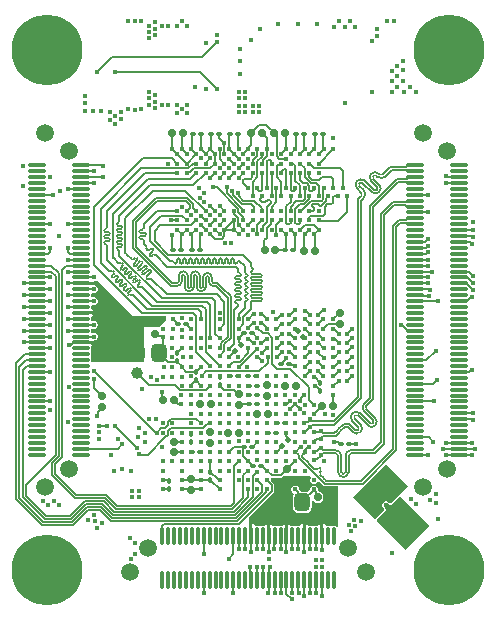
<source format=gbl>
G04*
G04 #@! TF.GenerationSoftware,Altium Limited,Altium Designer,22.0.2 (36)*
G04*
G04 Layer_Physical_Order=6*
G04 Layer_Color=16711680*
%FSAX24Y24*%
%MOIN*%
G70*
G04*
G04 #@! TF.SameCoordinates,F6E1E7C7-60DA-40DC-8EC0-405BC10227F4*
G04*
G04*
G04 #@! TF.FilePolarity,Positive*
G04*
G01*
G75*
%ADD12C,0.0079*%
G04:AMPARAMS|DCode=16|XSize=13.8mil|YSize=15.7mil|CornerRadius=3.4mil|HoleSize=0mil|Usage=FLASHONLY|Rotation=270.000|XOffset=0mil|YOffset=0mil|HoleType=Round|Shape=RoundedRectangle|*
%AMROUNDEDRECTD16*
21,1,0.0138,0.0089,0,0,270.0*
21,1,0.0069,0.0157,0,0,270.0*
1,1,0.0069,-0.0044,-0.0034*
1,1,0.0069,-0.0044,0.0034*
1,1,0.0069,0.0044,0.0034*
1,1,0.0069,0.0044,-0.0034*
%
%ADD16ROUNDEDRECTD16*%
G04:AMPARAMS|DCode=17|XSize=25.2mil|YSize=25.2mil|CornerRadius=6.3mil|HoleSize=0mil|Usage=FLASHONLY|Rotation=90.000|XOffset=0mil|YOffset=0mil|HoleType=Round|Shape=RoundedRectangle|*
%AMROUNDEDRECTD17*
21,1,0.0252,0.0126,0,0,90.0*
21,1,0.0126,0.0252,0,0,90.0*
1,1,0.0126,0.0063,0.0063*
1,1,0.0126,0.0063,-0.0063*
1,1,0.0126,-0.0063,-0.0063*
1,1,0.0126,-0.0063,0.0063*
%
%ADD17ROUNDEDRECTD17*%
G04:AMPARAMS|DCode=18|XSize=59.1mil|YSize=51.2mil|CornerRadius=12.8mil|HoleSize=0mil|Usage=FLASHONLY|Rotation=90.000|XOffset=0mil|YOffset=0mil|HoleType=Round|Shape=RoundedRectangle|*
%AMROUNDEDRECTD18*
21,1,0.0591,0.0256,0,0,90.0*
21,1,0.0335,0.0512,0,0,90.0*
1,1,0.0256,0.0128,0.0167*
1,1,0.0256,0.0128,-0.0167*
1,1,0.0256,-0.0128,-0.0167*
1,1,0.0256,-0.0128,0.0167*
%
%ADD18ROUNDEDRECTD18*%
G04:AMPARAMS|DCode=20|XSize=23.6mil|YSize=23.6mil|CornerRadius=5.9mil|HoleSize=0mil|Usage=FLASHONLY|Rotation=90.000|XOffset=0mil|YOffset=0mil|HoleType=Round|Shape=RoundedRectangle|*
%AMROUNDEDRECTD20*
21,1,0.0236,0.0118,0,0,90.0*
21,1,0.0118,0.0236,0,0,90.0*
1,1,0.0118,0.0059,0.0059*
1,1,0.0118,0.0059,-0.0059*
1,1,0.0118,-0.0059,-0.0059*
1,1,0.0118,-0.0059,0.0059*
%
%ADD20ROUNDEDRECTD20*%
G04:AMPARAMS|DCode=21|XSize=16.5mil|YSize=18.1mil|CornerRadius=4.1mil|HoleSize=0mil|Usage=FLASHONLY|Rotation=270.000|XOffset=0mil|YOffset=0mil|HoleType=Round|Shape=RoundedRectangle|*
%AMROUNDEDRECTD21*
21,1,0.0165,0.0098,0,0,270.0*
21,1,0.0083,0.0181,0,0,270.0*
1,1,0.0083,-0.0049,-0.0041*
1,1,0.0083,-0.0049,0.0041*
1,1,0.0083,0.0049,0.0041*
1,1,0.0083,0.0049,-0.0041*
%
%ADD21ROUNDEDRECTD21*%
G04:AMPARAMS|DCode=22|XSize=23.6mil|YSize=23.6mil|CornerRadius=5.9mil|HoleSize=0mil|Usage=FLASHONLY|Rotation=180.000|XOffset=0mil|YOffset=0mil|HoleType=Round|Shape=RoundedRectangle|*
%AMROUNDEDRECTD22*
21,1,0.0236,0.0118,0,0,180.0*
21,1,0.0118,0.0236,0,0,180.0*
1,1,0.0118,-0.0059,0.0059*
1,1,0.0118,0.0059,0.0059*
1,1,0.0118,0.0059,-0.0059*
1,1,0.0118,-0.0059,-0.0059*
%
%ADD22ROUNDEDRECTD22*%
G04:AMPARAMS|DCode=23|XSize=25.2mil|YSize=25.2mil|CornerRadius=6.3mil|HoleSize=0mil|Usage=FLASHONLY|Rotation=180.000|XOffset=0mil|YOffset=0mil|HoleType=Round|Shape=RoundedRectangle|*
%AMROUNDEDRECTD23*
21,1,0.0252,0.0126,0,0,180.0*
21,1,0.0126,0.0252,0,0,180.0*
1,1,0.0126,-0.0063,0.0063*
1,1,0.0126,0.0063,0.0063*
1,1,0.0126,0.0063,-0.0063*
1,1,0.0126,-0.0063,-0.0063*
%
%ADD23ROUNDEDRECTD23*%
%ADD40C,0.0157*%
G04:AMPARAMS|DCode=42|XSize=13.8mil|YSize=15.7mil|CornerRadius=3.4mil|HoleSize=0mil|Usage=FLASHONLY|Rotation=180.000|XOffset=0mil|YOffset=0mil|HoleType=Round|Shape=RoundedRectangle|*
%AMROUNDEDRECTD42*
21,1,0.0138,0.0089,0,0,180.0*
21,1,0.0069,0.0157,0,0,180.0*
1,1,0.0069,-0.0034,0.0044*
1,1,0.0069,0.0034,0.0044*
1,1,0.0069,0.0034,-0.0044*
1,1,0.0069,-0.0034,-0.0044*
%
%ADD42ROUNDEDRECTD42*%
%ADD44C,0.0394*%
%ADD48C,0.2362*%
%ADD49C,0.0591*%
%ADD50C,0.0050*%
%ADD51C,0.0050*%
%ADD52C,0.0075*%
%ADD54C,0.0160*%
G04:AMPARAMS|DCode=56|XSize=110.2mil|YSize=65mil|CornerRadius=8.1mil|HoleSize=0mil|Usage=FLASHONLY|Rotation=45.000|XOffset=0mil|YOffset=0mil|HoleType=Round|Shape=RoundedRectangle|*
%AMROUNDEDRECTD56*
21,1,0.1102,0.0487,0,0,45.0*
21,1,0.0940,0.0650,0,0,45.0*
1,1,0.0162,0.0505,0.0160*
1,1,0.0162,-0.0160,-0.0505*
1,1,0.0162,-0.0505,-0.0160*
1,1,0.0162,0.0160,0.0505*
%
%ADD56ROUNDEDRECTD56*%
G04:AMPARAMS|DCode=57|XSize=16.5mil|YSize=18.1mil|CornerRadius=4.1mil|HoleSize=0mil|Usage=FLASHONLY|Rotation=0.000|XOffset=0mil|YOffset=0mil|HoleType=Round|Shape=RoundedRectangle|*
%AMROUNDEDRECTD57*
21,1,0.0165,0.0098,0,0,0.0*
21,1,0.0083,0.0181,0,0,0.0*
1,1,0.0083,0.0041,-0.0049*
1,1,0.0083,-0.0041,-0.0049*
1,1,0.0083,-0.0041,0.0049*
1,1,0.0083,0.0041,0.0049*
%
%ADD57ROUNDEDRECTD57*%
G04:AMPARAMS|DCode=58|XSize=16.5mil|YSize=18.1mil|CornerRadius=4.1mil|HoleSize=0mil|Usage=FLASHONLY|Rotation=315.000|XOffset=0mil|YOffset=0mil|HoleType=Round|Shape=RoundedRectangle|*
%AMROUNDEDRECTD58*
21,1,0.0165,0.0098,0,0,315.0*
21,1,0.0083,0.0181,0,0,315.0*
1,1,0.0083,-0.0006,-0.0064*
1,1,0.0083,-0.0064,-0.0006*
1,1,0.0083,0.0006,0.0064*
1,1,0.0083,0.0064,0.0006*
%
%ADD58ROUNDEDRECTD58*%
G04:AMPARAMS|DCode=59|XSize=16.5mil|YSize=18.1mil|CornerRadius=4.1mil|HoleSize=0mil|Usage=FLASHONLY|Rotation=45.000|XOffset=0mil|YOffset=0mil|HoleType=Round|Shape=RoundedRectangle|*
%AMROUNDEDRECTD59*
21,1,0.0165,0.0098,0,0,45.0*
21,1,0.0083,0.0181,0,0,45.0*
1,1,0.0083,0.0064,-0.0006*
1,1,0.0083,0.0006,-0.0064*
1,1,0.0083,-0.0064,0.0006*
1,1,0.0083,-0.0006,0.0064*
%
%ADD59ROUNDEDRECTD59*%
G04:AMPARAMS|DCode=60|XSize=11.8mil|YSize=59.1mil|CornerRadius=3mil|HoleSize=0mil|Usage=FLASHONLY|Rotation=270.000|XOffset=0mil|YOffset=0mil|HoleType=Round|Shape=RoundedRectangle|*
%AMROUNDEDRECTD60*
21,1,0.0118,0.0531,0,0,270.0*
21,1,0.0059,0.0591,0,0,270.0*
1,1,0.0059,-0.0266,-0.0030*
1,1,0.0059,-0.0266,0.0030*
1,1,0.0059,0.0266,0.0030*
1,1,0.0059,0.0266,-0.0030*
%
%ADD60ROUNDEDRECTD60*%
G04:AMPARAMS|DCode=61|XSize=11.8mil|YSize=59.1mil|CornerRadius=3mil|HoleSize=0mil|Usage=FLASHONLY|Rotation=0.000|XOffset=0mil|YOffset=0mil|HoleType=Round|Shape=RoundedRectangle|*
%AMROUNDEDRECTD61*
21,1,0.0118,0.0531,0,0,0.0*
21,1,0.0059,0.0591,0,0,0.0*
1,1,0.0059,0.0030,-0.0266*
1,1,0.0059,-0.0030,-0.0266*
1,1,0.0059,-0.0030,0.0266*
1,1,0.0059,0.0030,0.0266*
%
%ADD61ROUNDEDRECTD61*%
%ADD62C,0.0080*%
G36*
X004045Y009636D02*
X005128D01*
Y009488D01*
X004902Y009262D01*
X004419D01*
Y008114D01*
X004409Y008110D01*
X002674D01*
X002650Y008140D01*
Y008199D01*
X002644Y008230D01*
X002643Y008231D01*
X002630Y008268D01*
X002643Y008305D01*
X002644Y008306D01*
X002650Y008337D01*
Y008396D01*
X002644Y008427D01*
X002643Y008427D01*
X002630Y008465D01*
X002643Y008502D01*
X002644Y008502D01*
X002650Y008533D01*
Y008593D01*
X002644Y008624D01*
X002644Y008625D01*
X002662Y008637D01*
X002691Y008680D01*
X002697Y008710D01*
X002303D01*
Y008810D01*
X002725D01*
X002745Y008827D01*
X002762D01*
X002810Y008846D01*
X002846Y008883D01*
X002866Y008931D01*
Y008983D01*
X002846Y009030D01*
X002810Y009067D01*
X002762Y009087D01*
X002710D01*
X002689Y009078D01*
X002648Y009115D01*
X002650Y009124D01*
Y009183D01*
X002648Y009192D01*
X002689Y009229D01*
X002710Y009220D01*
X002762D01*
X002810Y009240D01*
X002846Y009277D01*
X002866Y009325D01*
Y009376D01*
X002846Y009424D01*
X002810Y009461D01*
X002762Y009480D01*
X002710D01*
X002689Y009472D01*
X002648Y009509D01*
X002650Y009518D01*
Y009577D01*
X002644Y009608D01*
X002644Y009609D01*
X002662Y009621D01*
X002691Y009664D01*
X002697Y009694D01*
X002303D01*
Y009794D01*
X002697D01*
X002691Y009824D01*
X002662Y009867D01*
X002644Y009879D01*
X002644Y009880D01*
X002650Y009911D01*
Y009970D01*
X002648Y009979D01*
X002689Y010016D01*
X002710Y010008D01*
X002762D01*
X002810Y010028D01*
X002846Y010064D01*
X002866Y010112D01*
Y010164D01*
X002846Y010211D01*
X002810Y010248D01*
X002762Y010268D01*
X002710D01*
X002689Y010259D01*
X002648Y010296D01*
X002650Y010305D01*
Y010364D01*
X002648Y010373D01*
X002689Y010410D01*
X002710Y010402D01*
X002762D01*
X002810Y010421D01*
X002846Y010458D01*
X002866Y010506D01*
Y010557D01*
X002846Y010605D01*
X002810Y010642D01*
X002762Y010661D01*
X002745D01*
X002725Y010678D01*
X002303D01*
Y010778D01*
X002725D01*
X002745Y010795D01*
X002762D01*
X002767Y010797D01*
X002884D01*
X004045Y009636D01*
D02*
G37*
G36*
X009957Y004267D02*
X009966Y004241D01*
X009949Y004199D01*
Y004147D01*
X009969Y004100D01*
X010005Y004063D01*
X010053Y004043D01*
X010105D01*
X010152Y004063D01*
X010189Y004100D01*
X010194Y004111D01*
X010253Y004122D01*
X010339Y004036D01*
X010339Y004036D01*
X010377Y003998D01*
X010402Y003982D01*
X010431Y003976D01*
X010431Y003976D01*
X010876D01*
Y002619D01*
X010826Y002610D01*
X010815Y002626D01*
X010789Y002644D01*
X010758Y002650D01*
X010699D01*
X010668Y002644D01*
X010667Y002643D01*
X010630Y002630D01*
X010593Y002643D01*
X010592Y002644D01*
X010561Y002650D01*
X010502D01*
X010471Y002644D01*
X010470Y002644D01*
X010458Y002662D01*
X010415Y002691D01*
X010385Y002697D01*
Y002303D01*
X010285D01*
Y002697D01*
X010255Y002691D01*
X010212Y002662D01*
X010200Y002644D01*
X010198Y002644D01*
X010167Y002650D01*
X010108D01*
X010077Y002644D01*
X010077Y002643D01*
X010039Y002630D01*
X010002Y002643D01*
X010001Y002644D01*
X009970Y002650D01*
X009911D01*
X009880Y002644D01*
X009879Y002644D01*
X009867Y002662D01*
X009824Y002691D01*
X009794Y002697D01*
Y002303D01*
X009694D01*
Y002697D01*
X009664Y002691D01*
X009621Y002662D01*
X009609Y002644D01*
X009608Y002644D01*
X009577Y002650D01*
X009518D01*
X009487Y002644D01*
X009486Y002643D01*
X009449Y002630D01*
X009412Y002643D01*
X009411Y002644D01*
X009380Y002650D01*
X009321D01*
X009290Y002644D01*
X009289Y002644D01*
X009276Y002662D01*
X009234Y002691D01*
X009204Y002697D01*
Y002303D01*
X009104D01*
Y002697D01*
X009073Y002691D01*
X009031Y002662D01*
X009018Y002644D01*
X009017Y002644D01*
X008986Y002650D01*
X008927D01*
X008896Y002644D01*
X008895Y002643D01*
X008858Y002630D01*
X008821Y002643D01*
X008820Y002644D01*
X008789Y002650D01*
X008730D01*
X008699Y002644D01*
X008698Y002644D01*
X008686Y002662D01*
X008643Y002691D01*
X008613Y002697D01*
Y002303D01*
X008513D01*
Y002697D01*
X008483Y002691D01*
X008440Y002662D01*
X008428Y002644D01*
X008427Y002644D01*
X008396Y002650D01*
X008337D01*
X008306Y002644D01*
X008305Y002643D01*
X008268Y002630D01*
X008231Y002643D01*
X008230Y002644D01*
X008199Y002650D01*
X008140D01*
X008109Y002644D01*
X008108Y002644D01*
X008095Y002662D01*
X008053Y002691D01*
X008022Y002697D01*
Y002303D01*
X007922D01*
Y002717D01*
X007904Y002733D01*
Y002931D01*
X008713Y003740D01*
X008730Y003765D01*
X008735Y003794D01*
Y004018D01*
X008730Y004047D01*
X008713Y004072D01*
X008634Y004151D01*
Y004199D01*
X008629Y004212D01*
X008651Y004244D01*
X008664Y004257D01*
X008985D01*
X009014Y004263D01*
X009039Y004279D01*
X009051Y004291D01*
X009942D01*
X009957Y004267D01*
D02*
G37*
G36*
X013209Y003967D02*
X012640Y003398D01*
X012581Y003410D01*
X012581Y003410D01*
X012544Y003447D01*
X012496Y003467D01*
X012445D01*
X012397Y003447D01*
X012360Y003410D01*
X012340Y003362D01*
Y003311D01*
X012360Y003263D01*
X012397Y003226D01*
X012398Y003226D01*
X012409Y003167D01*
X012106Y002864D01*
X011370Y003600D01*
X012472Y004703D01*
X013209Y003967D01*
D02*
G37*
G36*
X013927Y002657D02*
X013120Y001850D01*
X012180Y002791D01*
X012180Y002861D01*
X012448Y003129D01*
X012450Y003134D01*
X012454Y003137D01*
X012457Y003153D01*
X012463Y003167D01*
X012461Y003172D01*
X012462Y003178D01*
X012451Y003237D01*
X012448Y003241D01*
X012448Y003247D01*
X012439Y003255D01*
X012435Y003265D01*
X012406Y003294D01*
X012395Y003322D01*
Y003352D01*
X012406Y003380D01*
X012427Y003401D01*
X012455Y003412D01*
X012486D01*
X012513Y003401D01*
X012542Y003372D01*
X012552Y003368D01*
X012560Y003360D01*
X012566Y003360D01*
X012570Y003356D01*
X012629Y003345D01*
X012635Y003346D01*
X012640Y003344D01*
X012655Y003350D01*
X012670Y003353D01*
X012673Y003357D01*
X012678Y003360D01*
X012952Y003633D01*
X013927Y002657D01*
D02*
G37*
%LPC*%
G36*
X009475Y003988D02*
X009423D01*
X009375Y003968D01*
X009339Y003932D01*
X009319Y003884D01*
Y003832D01*
X009339Y003785D01*
X009375Y003748D01*
X009384Y003744D01*
X009403Y003682D01*
X009389Y003662D01*
X009376Y003593D01*
Y003258D01*
X009389Y003188D01*
X009429Y003130D01*
X009488Y003090D01*
X009557Y003076D01*
X009813D01*
X009882Y003090D01*
X009941Y003130D01*
X009981Y003188D01*
X009994Y003258D01*
Y003463D01*
X010044Y003479D01*
X010058Y003458D01*
X010096Y003433D01*
X010140Y003424D01*
X010266D01*
X010310Y003433D01*
X010347Y003458D01*
X010372Y003495D01*
X010381Y003539D01*
Y003665D01*
X010372Y003709D01*
X010347Y003747D01*
X010310Y003772D01*
X010266Y003781D01*
X010232D01*
X010228Y003799D01*
X010208Y003829D01*
X010208Y003829D01*
X010209Y003832D01*
Y003884D01*
X010189Y003932D01*
X010152Y003968D01*
X010105Y003988D01*
X010053D01*
X010005Y003968D01*
X009969Y003932D01*
X009949Y003884D01*
Y003858D01*
X009856Y003765D01*
X009813Y003774D01*
X009630D01*
X009624Y003803D01*
X009604Y003832D01*
X009579Y003858D01*
Y003884D01*
X009559Y003932D01*
X009522Y003968D01*
X009475Y003988D01*
D02*
G37*
%LPD*%
D12*
X002739Y007245D02*
Y007532D01*
Y007245D02*
X003022Y006963D01*
X002857Y006436D02*
X003022Y006600D01*
X002857Y006320D02*
Y006436D01*
X002856Y006319D02*
X002857Y006320D01*
X002303Y012697D02*
X002303Y012697D01*
X001870Y012697D02*
X002303D01*
X001870Y012697D02*
X001870Y012697D01*
X001280D02*
X001280Y012697D01*
X000846Y012697D02*
X000846Y012697D01*
X001280D01*
X001860Y011787D02*
X001934Y011713D01*
X001860Y011787D02*
Y011909D01*
X001860Y011909D01*
X002303Y011713D02*
X002303Y011713D01*
X001934Y011713D02*
X002303D01*
X000846D02*
X001216D01*
X001280Y011777D01*
Y011909D01*
X000846Y011713D02*
X000846Y011713D01*
X006345Y018284D02*
X006841Y018780D01*
X002844Y017787D02*
X003341Y018284D01*
X006345D01*
X006277Y017787D02*
X006841Y017224D01*
X003435Y017787D02*
X006277D01*
D16*
X003425Y005965D02*
D03*
X003169D02*
D03*
X008061Y009409D02*
D03*
X008317Y009409D02*
D03*
X008061Y008730D02*
D03*
X008317D02*
D03*
X010906Y007795D02*
D03*
X009252Y008740D02*
D03*
X010906Y008110D02*
D03*
X009252Y008425D02*
D03*
X009941Y007795D02*
D03*
X010906Y009055D02*
D03*
X010906Y008425D02*
D03*
X008317Y009695D02*
D03*
X010906Y008740D02*
D03*
X009252Y009685D02*
D03*
X010197Y007795D02*
D03*
X008061Y009695D02*
D03*
X009252Y009370D02*
D03*
X009951Y009370D02*
D03*
X011161Y009055D02*
D03*
X008996Y009685D02*
D03*
X010207Y009370D02*
D03*
X010906Y007480D02*
D03*
X009252Y009055D02*
D03*
X008996Y009370D02*
D03*
X010207Y009685D02*
D03*
X008996Y008425D02*
D03*
X010207D02*
D03*
X008996Y008740D02*
D03*
X010207D02*
D03*
X008996Y009055D02*
D03*
X010207Y008110D02*
D03*
X009951Y008425D02*
D03*
X011161Y007480D02*
D03*
X009951Y009055D02*
D03*
X011161Y008110D02*
D03*
X009951Y009685D02*
D03*
X011161Y008740D02*
D03*
X009951Y008740D02*
D03*
X011161Y007795D02*
D03*
X009951Y008110D02*
D03*
X010207Y009055D02*
D03*
X011161Y008425D02*
D03*
X009642Y005272D02*
D03*
X009898D02*
D03*
D17*
X009118Y015748D02*
D03*
X008756D02*
D03*
X008331Y015748D02*
D03*
X007969Y015748D02*
D03*
X005331Y015748D02*
D03*
X005693Y015748D02*
D03*
X009740Y011811D02*
D03*
X010102Y011811D02*
D03*
X006276Y006693D02*
D03*
X006638Y006693D02*
D03*
X009110Y007313D02*
D03*
X009472D02*
D03*
X010203Y003602D02*
D03*
X010565Y003602D02*
D03*
X007211Y005748D02*
D03*
X007573D02*
D03*
X010341Y006654D02*
D03*
X010703D02*
D03*
X005398Y006841D02*
D03*
X005035D02*
D03*
D18*
X009685Y003425D02*
D03*
X008937D02*
D03*
X004911Y008406D02*
D03*
X004163D02*
D03*
D20*
X008524Y006368D02*
D03*
X008169D02*
D03*
X008425Y011831D02*
D03*
X008780D02*
D03*
D21*
X006276Y005118D02*
D03*
X006008D02*
D03*
X008165Y006693D02*
D03*
X007898D02*
D03*
X007268Y015709D02*
D03*
X007535Y015709D02*
D03*
X010102Y015709D02*
D03*
X010370Y015709D02*
D03*
X006906Y015709D02*
D03*
X006638Y015709D02*
D03*
X009386Y011850D02*
D03*
X009118D02*
D03*
X005368Y011841D02*
D03*
X005636D02*
D03*
X006047Y015709D02*
D03*
X006315D02*
D03*
X009472D02*
D03*
X009740D02*
D03*
X006008Y011850D02*
D03*
X006276D02*
D03*
X008319Y004646D02*
D03*
X008051D02*
D03*
X008007Y005279D02*
D03*
X007739D02*
D03*
X008528Y005748D02*
D03*
X008795D02*
D03*
X008165Y007323D02*
D03*
X007898D02*
D03*
X007888Y007638D02*
D03*
X008156Y007638D02*
D03*
X010959Y005374D02*
D03*
X011226D02*
D03*
X007898Y007008D02*
D03*
X008165Y007008D02*
D03*
X008843Y006063D02*
D03*
X009110D02*
D03*
X007268Y007638D02*
D03*
X007535D02*
D03*
X008008Y009059D02*
D03*
X007740D02*
D03*
X009228Y008041D02*
D03*
X008961D02*
D03*
X005813Y009380D02*
D03*
X005545D02*
D03*
D22*
X006614Y005768D02*
D03*
X006614Y005413D02*
D03*
X007559Y006673D02*
D03*
X007559Y007028D02*
D03*
D23*
X005404Y005457D02*
D03*
Y005094D02*
D03*
X009183Y004532D02*
D03*
Y004169D02*
D03*
X008514Y006984D02*
D03*
X008514Y007346D02*
D03*
X005984Y003835D02*
D03*
Y004197D02*
D03*
X010955Y009386D02*
D03*
Y009748D02*
D03*
X004783Y009032D02*
D03*
Y009394D02*
D03*
X003022Y006600D02*
D03*
Y006963D02*
D03*
D40*
X008976Y012835D02*
D03*
X007717Y015039D02*
D03*
X008661Y012835D02*
D03*
X008661Y014409D02*
D03*
X008661Y014724D02*
D03*
X010236D02*
D03*
X008031Y014409D02*
D03*
X008346Y015039D02*
D03*
X006142Y013150D02*
D03*
X005827D02*
D03*
X007087Y014409D02*
D03*
X007402D02*
D03*
X006457D02*
D03*
X006772Y013150D02*
D03*
X005512Y014409D02*
D03*
X005827Y012835D02*
D03*
X005512Y014724D02*
D03*
Y013150D02*
D03*
X006142Y014724D02*
D03*
X006142Y012835D02*
D03*
X006142Y014409D02*
D03*
X006457Y013150D02*
D03*
X007717Y013150D02*
D03*
X007402Y014724D02*
D03*
X007717Y012835D02*
D03*
X007717Y014409D02*
D03*
X007087Y012835D02*
D03*
X007087Y014724D02*
D03*
Y013150D02*
D03*
X006772Y014409D02*
D03*
X008031Y013150D02*
D03*
X008346D02*
D03*
Y012520D02*
D03*
Y014409D02*
D03*
X008976D02*
D03*
X009291Y012835D02*
D03*
X008976Y014724D02*
D03*
X009291Y013150D02*
D03*
X009921Y013150D02*
D03*
X008661Y013150D02*
D03*
X009921Y014409D02*
D03*
X010236Y012835D02*
D03*
X009921Y014724D02*
D03*
Y012835D02*
D03*
X009606Y014724D02*
D03*
X009606Y012835D02*
D03*
X009291Y014724D02*
D03*
X009606Y014409D02*
D03*
Y013150D02*
D03*
X009291Y014409D02*
D03*
X010236Y015039D02*
D03*
Y012520D02*
D03*
X009606Y015039D02*
D03*
X008976D02*
D03*
X009606Y012520D02*
D03*
X008976D02*
D03*
X007402Y015039D02*
D03*
X008031Y014724D02*
D03*
X006772Y015039D02*
D03*
X006772Y014724D02*
D03*
X008031Y012835D02*
D03*
X007402D02*
D03*
X007402Y012520D02*
D03*
X006772Y012835D02*
D03*
X007087Y012520D02*
D03*
X006457Y015039D02*
D03*
X005827D02*
D03*
X005827Y014409D02*
D03*
X006457Y012835D02*
D03*
X005827Y012520D02*
D03*
X005512Y012520D02*
D03*
X009921Y015039D02*
D03*
X009291D02*
D03*
X009921Y012520D02*
D03*
X009291Y012520D02*
D03*
X008346Y014724D02*
D03*
X007717Y014724D02*
D03*
X007087Y015039D02*
D03*
X008346Y012835D02*
D03*
X007402Y013150D02*
D03*
X006457Y014724D02*
D03*
X006142Y015039D02*
D03*
X005512D02*
D03*
X005827Y014724D02*
D03*
X005512Y012835D02*
D03*
X007717Y012520D02*
D03*
X006772D02*
D03*
X006457D02*
D03*
X006142D02*
D03*
X008031Y015039D02*
D03*
X008031Y012520D02*
D03*
X008661Y015039D02*
D03*
Y012520D02*
D03*
X008976Y013150D02*
D03*
X010236Y014409D02*
D03*
Y013150D02*
D03*
D42*
X009262Y006811D02*
D03*
Y006555D02*
D03*
X009606Y006811D02*
D03*
Y006555D02*
D03*
X008346Y008140D02*
D03*
Y008396D02*
D03*
X009941Y005935D02*
D03*
Y006191D02*
D03*
X010295Y005551D02*
D03*
Y005807D02*
D03*
Y005000D02*
D03*
Y005256D02*
D03*
D44*
X004173Y007726D02*
D03*
D48*
X014567Y001181D02*
D03*
Y018504D02*
D03*
X001181D02*
D03*
Y001181D02*
D03*
D49*
X013720Y015738D02*
D03*
Y003947D02*
D03*
X011801Y001122D02*
D03*
X001122Y015738D02*
D03*
Y003947D02*
D03*
X003947Y001122D02*
D03*
X001909Y015157D02*
D03*
Y004528D02*
D03*
X014508D02*
D03*
Y015157D02*
D03*
X004528Y001909D02*
D03*
X011220D02*
D03*
D50*
X011049Y004370D02*
G03*
X011124Y004445I000000J000075D01*
G01*
X011300Y005163D02*
G03*
X011124Y004987I000000J-000176D01*
G01*
X010974Y004987D02*
G03*
X010798Y005163I-000176J000000D01*
G01*
X010974Y004445D02*
G03*
X011049Y004370I000075J000000D01*
G01*
X011049Y004269D02*
G03*
X011225Y004445I000000J000176D01*
G01*
X010873D02*
G03*
X011049Y004269I000176J000000D01*
G01*
X010873Y004987D02*
G03*
X010798Y005062I-000075J000000D01*
G01*
X011300Y005062D02*
G03*
X011225Y004987I000000J-000075D01*
G01*
X010073Y004554D02*
G03*
X010179Y004554I000053J000053D01*
G01*
X010295Y004564D02*
G03*
X010189Y004564I-000053J-000053D01*
G01*
X010295Y004458D02*
G03*
X010295Y004564I-000053J000053D01*
G01*
X010285Y004447D02*
G03*
X010285Y004341I000053J-000053D01*
G01*
X003119Y012546D02*
G03*
X003169Y012596I000000J000050D01*
G01*
X003113Y012546D02*
G03*
X003113Y012446I000000J-000050D01*
G01*
X003226Y012346D02*
G03*
X003226Y012446I000000J000050D01*
G01*
X003113Y012346D02*
G03*
X003113Y012246I000000J-000050D01*
G01*
X003226Y012146D02*
G03*
X003226Y012246I000000J000050D01*
G01*
X003113Y012146D02*
G03*
X003113Y012046I000000J-000050D01*
G01*
X003169Y011996D02*
G03*
X003119Y012046I-000050J000000D01*
G01*
X003533Y012757D02*
G03*
X003583Y012807I000000J000050D01*
G01*
X003526Y012757D02*
G03*
X003526Y012657I000000J-000050D01*
G01*
X003639Y012557D02*
G03*
X003639Y012657I000000J000050D01*
G01*
X003526Y012557D02*
G03*
X003526Y012457I000000J-000050D01*
G01*
X003639Y012356D02*
G03*
X003639Y012457I000000J000050D01*
G01*
X003526Y012356D02*
G03*
X003526Y012256I000000J-000050D01*
G01*
X003639Y012156D02*
G03*
X003639Y012256I000000J000050D01*
G01*
X003526Y012156D02*
G03*
X003526Y012056I000000J-000050D01*
G01*
X003639Y011956D02*
G03*
X003639Y012056I000000J000050D01*
G01*
X003526Y011956D02*
G03*
X003526Y011856I000000J-000050D01*
G01*
X003583Y011806D02*
G03*
X003533Y011856I-000050J000000D01*
G01*
X005414Y011426D02*
G03*
X005364Y011476I-000050J000000D01*
G01*
X005414Y011426D02*
G03*
X005514Y011426I000050J000000D01*
G01*
X005614Y011519D02*
G03*
X005514Y011519I-000050J000000D01*
G01*
X005614Y011420D02*
G03*
X005714Y011420I000050J000000D01*
G01*
X005814Y011533D02*
G03*
X005714Y011533I-000050J000000D01*
G01*
X005814Y011420D02*
G03*
X005914Y011420I000050J000000D01*
G01*
X006014Y011533D02*
G03*
X005914Y011533I-000050J000000D01*
G01*
X006014Y011420D02*
G03*
X006114Y011420I000050J000000D01*
G01*
X006214Y011533D02*
G03*
X006114Y011533I-000050J000000D01*
G01*
X006214Y011420D02*
G03*
X006314Y011420I000050J000000D01*
G01*
X006414Y011533D02*
G03*
X006314Y011533I-000050J000000D01*
G01*
X006414Y011420D02*
G03*
X006514Y011420I000050J000000D01*
G01*
X006614Y011533D02*
G03*
X006514Y011533I-000050J000000D01*
G01*
X006614Y011420D02*
G03*
X006714Y011420I000050J000000D01*
G01*
X006814Y011533D02*
G03*
X006714Y011533I-000050J000000D01*
G01*
X006814Y011420D02*
G03*
X006914Y011420I000050J000000D01*
G01*
X007014Y011533D02*
G03*
X006914Y011533I-000050J000000D01*
G01*
X007014Y011420D02*
G03*
X007114Y011420I000050J000000D01*
G01*
X007214Y011533D02*
G03*
X007114Y011533I-000050J000000D01*
G01*
X007214Y011420D02*
G03*
X007314Y011420I000050J000000D01*
G01*
X007414Y011533D02*
G03*
X007314Y011533I-000050J000000D01*
G01*
X007414Y011420D02*
G03*
X007514Y011420I000050J000000D01*
G01*
X007564Y011476D02*
G03*
X007514Y011426I000000J-000050D01*
G01*
X006566Y010791D02*
G03*
X006717Y010640I000151J000000D01*
G01*
X006566Y010925D02*
G03*
X006516Y010975I-000050J000000D01*
G01*
X006516D02*
G03*
X006466Y010925I000000J-000050D01*
G01*
X006315Y010464D02*
G03*
X006466Y010615I000000J000151D01*
G01*
X006163D02*
G03*
X006315Y010464I000151J000000D01*
G01*
X006163Y010981D02*
G03*
X006113Y011031I-000050J000000D01*
G01*
X006113D02*
G03*
X006063Y010981I000000J-000050D01*
G01*
X005912Y010464D02*
G03*
X006063Y010615I000000J000151D01*
G01*
X005761D02*
G03*
X005912Y010464I000151J000000D01*
G01*
X005761Y010981D02*
G03*
X005711Y011031I-000050J000000D01*
G01*
X005711D02*
G03*
X005661Y010981I000000J-000050D01*
G01*
X005510Y010640D02*
G03*
X005661Y010791I000000J000151D01*
G01*
X006667D02*
G03*
X006717Y010741I000050J000000D01*
G01*
X006667Y010925D02*
G03*
X006516Y011076I-000151J000000D01*
G01*
X006516D02*
G03*
X006365Y010925I000000J-000151D01*
G01*
X006315Y010565D02*
G03*
X006365Y010615I000000J000050D01*
G01*
X006265D02*
G03*
X006315Y010565I000050J000000D01*
G01*
X006265Y010981D02*
G03*
X006113Y011132I-000151J000000D01*
G01*
X006113D02*
G03*
X005962Y010981I000000J-000151D01*
G01*
X005912Y010565D02*
G03*
X005962Y010615I000000J000050D01*
G01*
X005862D02*
G03*
X005912Y010565I000050J000000D01*
G01*
X005862Y010981D02*
G03*
X005711Y011132I-000151J000000D01*
G01*
X005711D02*
G03*
X005560Y010981I000000J-000151D01*
G01*
X005510Y010741D02*
G03*
X005560Y010791I000000J000050D01*
G01*
X007963Y011300D02*
G03*
X008013Y011250I000050J000000D01*
G01*
X008013Y011150D02*
G03*
X008013Y011250I000000J000050D01*
G01*
X008007Y011150D02*
G03*
X008007Y011050I000000J-000050D01*
G01*
X008297Y010950D02*
G03*
X008297Y011050I000000J000050D01*
G01*
X008007Y010950D02*
G03*
X008007Y010850I000000J-000050D01*
G01*
X008313Y010750D02*
G03*
X008313Y010850I000000J000050D01*
G01*
X008007Y010750D02*
G03*
X008007Y010650I000000J-000050D01*
G01*
X008313Y010550D02*
G03*
X008313Y010650I000000J000050D01*
G01*
X008007Y010550D02*
G03*
X008007Y010450I000000J-000050D01*
G01*
X008313Y010350D02*
G03*
X008313Y010450I000000J000050D01*
G01*
X008007Y010350D02*
G03*
X008007Y010250I000000J-000050D01*
G01*
X008313Y010150D02*
G03*
X008313Y010250I000000J000050D01*
G01*
X008013Y010150D02*
G03*
X007963Y010100I000000J-000050D01*
G01*
X003996Y011526D02*
G03*
X004066Y011526I000035J000035D01*
G01*
X004185Y011574D02*
G03*
X004114Y011574I-000035J-000035D01*
G01*
X004185Y011503D02*
G03*
X004185Y011574I-000035J000035D01*
G01*
X004066Y011385D02*
G03*
X004066Y011314I000035J-000035D01*
G01*
X004066Y011314D02*
G03*
X004137Y011314I000035J000035D01*
G01*
X004352Y011458D02*
G03*
X004281Y011458I-000035J-000035D01*
G01*
X004352Y011388D02*
G03*
X004352Y011458I-000035J000035D01*
G01*
X004208Y011243D02*
G03*
X004208Y011172I000035J-000035D01*
G01*
X004208Y011172D02*
G03*
X004278Y011172I000035J000035D01*
G01*
X004493Y011317D02*
G03*
X004423Y011317I-000035J-000035D01*
G01*
X004493Y011246D02*
G03*
X004493Y011317I-000035J000035D01*
G01*
X004349Y011102D02*
G03*
X004349Y011031I000035J-000035D01*
G01*
D02*
G03*
X004420Y011031I000035J000035D01*
G01*
X004635Y011175D02*
G03*
X004564Y011175I-000035J-000035D01*
G01*
X004635Y011105D02*
G03*
X004635Y011175I-000035J000035D01*
G01*
X004490Y010960D02*
G03*
X004490Y010890I000035J-000035D01*
G01*
X004490Y010890D02*
G03*
X004561Y010890I000035J000035D01*
G01*
X004632Y010890D02*
G03*
X004561Y010890I-000035J-000035D01*
G01*
X003556Y011398D02*
G03*
X003627Y011398I000035J000035D01*
G01*
X003698Y011399D02*
G03*
X003628Y011399I-000035J-000035D01*
G01*
X003698Y011328D02*
G03*
X003698Y011399I-000035J000035D01*
G01*
X003624Y011254D02*
G03*
X003624Y011183I000035J-000035D01*
G01*
D02*
G03*
X003695Y011183I000035J000035D01*
G01*
X003840Y011257D02*
G03*
X003769Y011257I-000035J-000035D01*
G01*
X003840Y011187D02*
G03*
X003840Y011257I-000035J000035D01*
G01*
X003765Y011112D02*
G03*
X003765Y011042I000035J-000035D01*
G01*
X003765Y011042D02*
G03*
X003836Y011042I000035J000035D01*
G01*
X003981Y011116D02*
G03*
X003910Y011116I-000035J-000035D01*
G01*
X003981Y011045D02*
G03*
X003981Y011116I-000035J000035D01*
G01*
X003907Y010971D02*
G03*
X003907Y010900I000035J-000035D01*
G01*
X003907Y010900D02*
G03*
X003977Y010900I000035J000035D01*
G01*
X004123Y010975D02*
G03*
X004052Y010975I-000035J-000035D01*
G01*
X004123Y010904D02*
G03*
X004123Y010975I-000035J000035D01*
G01*
X004048Y010829D02*
G03*
X004048Y010759I000035J-000035D01*
G01*
D02*
G03*
X004119Y010759I000035J000035D01*
G01*
X004264Y010833D02*
G03*
X004193Y010833I-000035J-000035D01*
G01*
X004264Y010762D02*
G03*
X004264Y010833I-000035J000035D01*
G01*
X004190Y010688D02*
G03*
X004190Y010617I000035J-000035D01*
G01*
X004190Y010617D02*
G03*
X004260Y010617I000035J000035D01*
G01*
X004334Y010620D02*
G03*
X004263Y010620I-000035J-000035D01*
G01*
X003252Y011128D02*
G03*
X003323Y011128I000035J000035D01*
G01*
X003393Y011128D02*
G03*
X003323Y011128I-000035J-000035D01*
G01*
X003393Y011057D02*
G03*
X003393Y011128I-000035J000035D01*
G01*
X003334Y010998D02*
G03*
X003334Y010927I000035J-000035D01*
G01*
D02*
G03*
X003404Y010927I000035J000035D01*
G01*
X003536Y010988D02*
G03*
X003465Y010988I-000035J-000035D01*
G01*
X003536Y010917D02*
G03*
X003536Y010988I-000035J000035D01*
G01*
X003462Y010843D02*
G03*
X003462Y010772I000035J-000035D01*
G01*
X003462Y010772D02*
G03*
X003532Y010772I000035J000035D01*
G01*
X003677Y010846D02*
G03*
X003607Y010846I-000035J-000035D01*
G01*
X003677Y010776D02*
G03*
X003677Y010846I-000035J000035D01*
G01*
X003603Y010701D02*
G03*
X003603Y010631I000035J-000035D01*
G01*
X003603Y010631D02*
G03*
X003674Y010631I000035J000035D01*
G01*
X003819Y010705D02*
G03*
X003748Y010705I-000035J-000035D01*
G01*
X003819Y010634D02*
G03*
X003819Y010705I-000035J000035D01*
G01*
X003744Y010560D02*
G03*
X003744Y010489I000035J-000035D01*
G01*
D02*
G03*
X003815Y010489I000035J000035D01*
G01*
X003960Y010564D02*
G03*
X003890Y010564I-000035J-000035D01*
G01*
X003960Y010493D02*
G03*
X003960Y010564I-000035J000035D01*
G01*
X003886Y010418D02*
G03*
X003886Y010348I000035J-000035D01*
G01*
X003886Y010348D02*
G03*
X003957Y010348I000035J000035D01*
G01*
X004030Y010350D02*
G03*
X003959Y010350I-000035J-000035D01*
G01*
X012189Y014286D02*
G03*
X012439Y014286I000125J000124D01*
G01*
X012160Y014315D02*
G03*
X012054Y014316I-000053J-000053D01*
G01*
X012054D02*
G03*
X012054Y014315I000053J-000053D01*
G01*
X012054Y014315D02*
G03*
X012054Y014209I000053J-000053D01*
G01*
X012240Y013774D02*
G03*
X012254Y014007I-000125J000125D01*
G01*
X011990Y013775D02*
G03*
X012240Y013774I000125J000124D01*
G01*
X011688Y014076D02*
G03*
X011689Y014076I000035J000036D01*
G01*
X011688Y014076D02*
G03*
X011582Y014077I-000053J-000053D01*
G01*
X011582Y014077D02*
G03*
X011582Y014076I000053J-000053D01*
G01*
X011582D02*
G03*
X011582Y013971I000053J-000053D01*
G01*
X011728Y013824D02*
G03*
X011728Y013825I-000125J-000124D01*
G01*
X011728Y013575D02*
G03*
X011743Y013808I-000125J000125D01*
G01*
X012261Y014358D02*
G03*
X012367Y014358I000053J000053D01*
G01*
X012232Y014387D02*
G03*
X011982Y014387I-000125J-000124D01*
G01*
D02*
G03*
X011982Y014138I000125J-000125D01*
G01*
X012168Y013846D02*
G03*
X012168Y013952I-000053J000053D01*
G01*
X012062Y013846D02*
G03*
X012168Y013846I000053J000053D01*
G01*
X011760Y014148D02*
G03*
X011759Y014148I-000125J-000124D01*
G01*
X011743Y014163D02*
G03*
X011510Y014148I-000108J-000139D01*
G01*
D02*
G03*
X011511Y013899I000125J-000125D01*
G01*
X011656Y013754D02*
G03*
X011656Y013753I000036J000035D01*
G01*
X011656Y013647D02*
G03*
X011656Y013753I-000053J000053D01*
G01*
X007809Y010145D02*
G03*
X007759Y010095I000000J-000050D01*
G01*
X007813Y010145D02*
G03*
X007813Y010245I000000J000050D01*
G01*
X007806Y010345D02*
G03*
X007806Y010245I000000J-000050D01*
G01*
X007813Y010345D02*
G03*
X007813Y010445I000000J000050D01*
G01*
X007808Y010545D02*
G03*
X007808Y010445I000000J-000050D01*
G01*
X007813Y010545D02*
G03*
X007813Y010645I000000J000050D01*
G01*
X007808Y010745D02*
G03*
X007808Y010645I000000J-000050D01*
G01*
X007813Y010745D02*
G03*
X007813Y010845I000000J000050D01*
G01*
X007808Y010945D02*
G03*
X007808Y010845I000000J-000050D01*
G01*
X007813Y010945D02*
G03*
X007813Y011045I000000J000050D01*
G01*
X007759Y011095D02*
G03*
X007809Y011045I000050J000000D01*
G01*
X007553Y010009D02*
G03*
X007503Y010059I-000050J000000D01*
G01*
X007465Y010159D02*
G03*
X007465Y010059I000000J-000050D01*
G01*
X007609Y010159D02*
G03*
X007609Y010259I000000J000050D01*
G01*
X007465Y010359D02*
G03*
X007465Y010259I000000J-000050D01*
G01*
X007609Y010359D02*
G03*
X007609Y010459I000000J000050D01*
G01*
X007465Y010559D02*
G03*
X007465Y010459I000000J-000050D01*
G01*
X007609Y010559D02*
G03*
X007609Y010659I000000J000050D01*
G01*
X007465Y010759D02*
G03*
X007465Y010659I000000J-000050D01*
G01*
X007609Y010759D02*
G03*
X007609Y010859I000000J000050D01*
G01*
X007465Y010959D02*
G03*
X007465Y010859I000000J-000050D01*
G01*
X007609Y010959D02*
G03*
X007609Y011059I000000J000050D01*
G01*
X007553Y011109D02*
G03*
X007603Y011059I000050J000000D01*
G01*
X004390Y012169D02*
G03*
X004340Y012219I-000050J000000D01*
G01*
X004294Y012319D02*
G03*
X004294Y012219I000000J-000050D01*
G01*
X004446Y012319D02*
G03*
X004446Y012419I000000J000050D01*
G01*
X004294Y012519D02*
G03*
X004294Y012419I000000J-000050D01*
G01*
X004340Y012519D02*
G03*
X004390Y012569I000000J000050D01*
G01*
X004772Y011687D02*
G03*
X004702Y011687I-000035J-000035D01*
G01*
X004590Y011646D02*
G03*
X004661Y011646I000035J000035D01*
G01*
X004590Y011717D02*
G03*
X004590Y011646I000035J-000035D01*
G01*
X004693Y011820D02*
G03*
X004693Y011890I-000035J000035D01*
G01*
X004693Y011890D02*
G03*
X004623Y011890I-000035J-000035D01*
G01*
X004489Y011828D02*
G03*
X004560Y011828I000035J000035D01*
G01*
X004489Y011899D02*
G03*
X004489Y011828I000035J-000035D01*
G01*
X004490Y011899D02*
G03*
X004489Y011970I-000035J000035D01*
G01*
X011813Y006650D02*
G03*
X011813Y006543I000053J-000053D01*
G01*
X012112Y005994D02*
G03*
X012112Y006244I-000125J000125D01*
G01*
X011863Y005995D02*
G03*
X012112Y005994I000125J000124D01*
G01*
X011530Y006327D02*
G03*
X011424Y006328I-000053J-000053D01*
G01*
D02*
G03*
X011424Y006327I000053J-000053D01*
G01*
X011424Y006327D02*
G03*
X011424Y006221I000053J-000053D01*
G01*
X011625Y005771D02*
G03*
X011624Y006021I-000125J000125D01*
G01*
X011375Y005771D02*
G03*
X011625Y005771I000125J000124D01*
G01*
X011208Y005938D02*
G03*
X011102Y005939I-000053J-000053D01*
G01*
X011101Y005939D02*
G03*
X011102Y005939I-000036J000036D01*
G01*
X010953Y005790D02*
G03*
X010954Y005791I-000036J000036D01*
G01*
X011741Y006721D02*
G03*
X011741Y006472I000125J-000125D01*
G01*
X012041Y006066D02*
G03*
X012041Y006172I-000053J000053D01*
G01*
X012040Y006066D02*
G03*
X012041Y006066I-000053J000053D01*
G01*
X011934Y006066D02*
G03*
X012040Y006066I000053J000053D01*
G01*
X011602Y006399D02*
G03*
X011352Y006399I-000125J-000124D01*
G01*
X011352Y006399D02*
G03*
X011352Y006150I000125J-000125D01*
G01*
X011553Y005843D02*
G03*
X011553Y005949I-000053J000053D01*
G01*
X011447Y005843D02*
G03*
X011553Y005843I000053J000053D01*
G01*
X011280Y006010D02*
G03*
X011279Y006011I-000125J-000124D01*
G01*
X011263Y006025D02*
G03*
X011030Y006010I-000108J-000139D01*
G01*
X009453Y014156D02*
X009609Y014000D01*
X009453Y014156D02*
Y014650D01*
X009307Y014709D02*
X009393D01*
X009291Y014724D02*
X009307Y014709D01*
X009393D02*
X009453Y014650D01*
X009453Y012742D02*
X009498Y012697D01*
X009567D01*
X009606Y012736D01*
Y012835D01*
X009453Y012742D02*
Y013213D01*
X009605Y013366D01*
X009606Y014724D02*
X009760Y014571D01*
X010316Y012814D02*
X010319Y012811D01*
X010257Y012814D02*
X010316D01*
X010236Y012835D02*
X010257Y012814D01*
X009291Y013150D02*
Y013287D01*
X009291Y012736D02*
Y012835D01*
X009252Y012697D02*
X009291Y012736D01*
X009183Y012697D02*
X009252D01*
X009138Y012742D02*
X009183Y012697D01*
X008326Y015019D02*
X008346Y015039D01*
X008185Y014808D02*
X008326Y014949D01*
X008185Y014278D02*
Y014808D01*
X008326Y014949D02*
Y015019D01*
X008031Y014124D02*
X008185Y014278D01*
X007740Y014203D02*
X007961D01*
X008017Y014259D02*
Y014395D01*
X007961Y014203D02*
X008017Y014259D01*
Y014395D02*
X008031Y014409D01*
X007701Y014164D02*
X007740Y014203D01*
X007701Y014086D02*
Y014164D01*
Y014086D02*
X007872Y013915D01*
X008504Y012774D02*
Y013287D01*
X008357Y012627D02*
X008504Y012774D01*
X008357Y012530D02*
Y012627D01*
X008346Y012520D02*
X008357Y012530D01*
X008031Y013642D02*
Y014124D01*
Y013642D02*
X008032Y013641D01*
X008661Y013268D02*
X008819Y013425D01*
X008661Y013150D02*
Y013268D01*
X008819Y013917D02*
X008819Y013917D01*
Y013425D02*
Y013917D01*
X008661Y013642D02*
Y014409D01*
X008823Y014278D02*
X008976Y014124D01*
Y013642D02*
Y014124D01*
X008976Y013642D02*
X008976Y013642D01*
X009138Y012742D02*
Y013301D01*
X009292Y013456D02*
Y013641D01*
X009138Y013301D02*
X009292Y013456D01*
X009291Y013287D02*
X009478Y013474D01*
X009627Y013170D02*
X009676D01*
X009606Y013150D02*
X009627Y013170D01*
X009605Y013366D02*
X009730D01*
X009909Y013545D01*
X009697Y013474D02*
X009764Y013541D01*
X009478Y013474D02*
X009697D01*
X009606Y013642D02*
X009609Y013644D01*
Y014000D01*
X009921Y014272D02*
Y014409D01*
X009760Y014285D02*
Y014571D01*
X009764Y013541D02*
Y013917D01*
X009764Y013917D02*
X009764Y013917D01*
X009909Y013545D02*
Y013629D01*
X009921Y013642D01*
X009921Y014272D02*
X010020Y014173D01*
X010226D02*
X010325Y014272D01*
X010020Y014173D02*
X010226D01*
X009977Y014075D02*
X009978Y014073D01*
X009760Y014285D02*
X009970Y014075D01*
X009977D01*
X010234Y013652D02*
Y013989D01*
X009978Y014073D02*
X010149D01*
X010234Y013989D01*
X010489Y013492D02*
Y013559D01*
X010458Y013463D02*
X010459D01*
X010489Y013492D01*
X010259Y013305D02*
X010300D01*
X010458Y013463D01*
X010192Y013372D02*
X010259Y013305D01*
X010082Y013179D02*
Y013244D01*
X010053Y013150D02*
X010082Y013179D01*
X009921Y013150D02*
X010053D01*
X010007Y013361D02*
X010019Y013372D01*
X010192D01*
X010007Y013319D02*
X010082Y013244D01*
X010007Y013319D02*
Y013361D01*
X009978Y013472D02*
X010326D01*
X009676Y013170D02*
X009978Y013472D01*
X010326D02*
X010389Y013535D01*
Y013912D02*
X010394Y013917D01*
X010389Y013535D02*
Y013912D01*
X010551Y013622D02*
Y013642D01*
X010489Y013559D02*
X010551Y013622D01*
X011181Y013642D02*
X011181Y013642D01*
X008346Y013848D02*
Y014409D01*
X008246Y013797D02*
X008295D01*
X008210Y013833D02*
Y013896D01*
Y013833D02*
X008246Y013797D01*
X008295D02*
X008346Y013848D01*
X008189Y013917D02*
X008210Y013896D01*
X008567Y013517D02*
X008625Y013459D01*
X008504Y013287D02*
X008625Y013409D01*
Y013459D01*
X008436Y013428D02*
X008525Y013517D01*
X008567D01*
X008331Y013428D02*
X008436D01*
X008260Y013499D02*
X008331Y013428D01*
X008260Y013556D02*
X008346Y013642D01*
X008260Y013499D02*
Y013556D01*
X008641Y014745D02*
Y014794D01*
Y014745D02*
X008661Y014724D01*
X008504Y013917D02*
Y014814D01*
X008533Y014844D02*
X008592D01*
X008504Y014814D02*
X008533Y014844D01*
X008592D02*
X008641Y014794D01*
X008956Y014704D02*
X008976Y014724D01*
X008823Y014278D02*
Y014635D01*
X008891Y014704D02*
X008956D01*
X008823Y014635D02*
X008891Y014704D01*
X009105Y014533D02*
X009134Y014504D01*
X009063Y014533D02*
X009105D01*
X008976Y014409D02*
Y014439D01*
X009017Y014479D02*
Y014487D01*
X008976Y014439D02*
X009017Y014479D01*
X009134Y013917D02*
Y014504D01*
X009017Y014487D02*
X009063Y014533D01*
X009428Y013892D02*
X009451Y013915D01*
X009291Y013845D02*
Y014409D01*
X009341Y013796D02*
X009392D01*
X009291Y013845D02*
X009341Y013796D01*
X009392D02*
X009428Y013832D01*
Y013892D01*
X009606Y014409D02*
X009610Y014405D01*
X009919Y013826D02*
Y013982D01*
X010058Y013847D02*
Y013896D01*
X009948Y013797D02*
X010008D01*
X009828Y014072D02*
X009919Y013982D01*
Y013826D02*
X009948Y013797D01*
X010008D02*
X010058Y013847D01*
Y013896D02*
X010079Y013917D01*
X009610Y014159D02*
X009697Y014072D01*
X009610Y014159D02*
Y014405D01*
X009697Y014072D02*
X009828D01*
X010856Y013632D02*
X010866Y013642D01*
X009921Y012953D02*
X009957Y012988D01*
X010423Y013048D02*
Y013287D01*
X010363Y012988D02*
X010423Y013048D01*
X009921Y012835D02*
Y012953D01*
X009957Y012988D02*
X010363D01*
X010423Y013287D02*
X010499Y013363D01*
X010709Y013602D02*
X010738Y013632D01*
X010856D01*
X010499Y013363D02*
X010649D01*
X010709Y013423D01*
Y013602D01*
X010709Y013921D02*
Y014208D01*
X010645Y014272D02*
X010709Y014208D01*
X010325Y014272D02*
X010645D01*
X009925Y014724D02*
X010086Y014563D01*
X010943D02*
X011024Y014483D01*
X010086Y014563D02*
X010943D01*
X011024Y013921D02*
Y014483D01*
X010874Y012811D02*
X011181Y013118D01*
X010319Y012811D02*
X010874D01*
X011181Y013118D02*
Y013642D01*
X008504Y014970D02*
Y015197D01*
X008361Y014739D02*
Y014827D01*
X008346Y014724D02*
X008361Y014739D01*
Y014827D02*
X008504Y014970D01*
X008031Y013179D02*
X008066Y013213D01*
Y013287D01*
X007967Y013385D02*
X008066Y013287D01*
X008031Y013150D02*
Y013179D01*
X008326Y013170D02*
X008346Y013150D01*
X007567Y013628D02*
X007708Y013487D01*
X007967Y013487D02*
X008009D01*
X007363Y013688D02*
X007666Y013385D01*
X007708Y013487D02*
X007967D01*
X008010Y013486D02*
X008080D01*
X007754Y013385D02*
X007967D01*
X008009Y013487D02*
X008010Y013486D01*
X007754Y013385D02*
X007754Y013385D01*
X007967Y013487D02*
X007967Y013487D01*
X007666Y013385D02*
X007754D01*
X008080Y013486D02*
X008326Y013240D01*
Y013170D02*
Y013240D01*
X013817Y008177D02*
X014124Y008484D01*
X013453Y008177D02*
X013817D01*
X010091Y007612D02*
X010285Y007417D01*
X010285D01*
X010083Y007612D02*
X010091D01*
X010080D02*
X010083D01*
X013445Y005020D02*
X013445Y005020D01*
X013870D01*
X013870Y005020D01*
X013445Y005610D02*
X013892D01*
X014047Y005455D01*
X014065Y006791D02*
X014065Y006791D01*
X013445Y006791D02*
X014065D01*
X013445Y007382D02*
X014043D01*
X014167Y007507D01*
X013445Y008169D02*
X013453Y008177D01*
X015300Y007833D02*
X015324D01*
X015243Y007776D02*
X015300Y007833D01*
X014902Y007776D02*
X015243D01*
X012997Y009350D02*
X013162Y009185D01*
X012982Y009350D02*
X012997D01*
X013162Y009185D02*
X013414D01*
X013445Y009154D01*
X013450Y010143D02*
X014188D01*
X014193Y010148D01*
X013445Y010138D02*
X013450Y010143D01*
X014902Y010138D02*
X014933Y010169D01*
X015202D01*
X015299Y010266D01*
X015324D01*
X014933Y011091D02*
X015248D01*
X014902Y011122D02*
X014933Y011091D01*
X015248D02*
X015364Y010974D01*
X015264Y012106D02*
X015323Y012047D01*
X015344D01*
X014902Y012106D02*
X015264D01*
X013445D02*
X013454Y012115D01*
X013779D02*
X013869Y012205D01*
X013454Y012115D02*
X013779D01*
X013869Y012205D02*
X013878D01*
X013445Y011122D02*
X014006D01*
X014006Y011122D01*
X013445Y011122D02*
X013445Y011122D01*
X013870Y013091D02*
X013870Y013091D01*
X013445Y013091D02*
X013445Y013091D01*
X013870D01*
X013445Y013681D02*
X013870D01*
X013445Y013681D02*
X013445Y013681D01*
X013870D02*
X013870Y013681D01*
X007382Y001693D02*
Y002303D01*
X007230Y001541D02*
X007382Y001693D01*
X006398Y000394D02*
Y000846D01*
X006398Y000394D02*
X006398Y000394D01*
Y000846D02*
X006398Y000846D01*
X007382Y000394D02*
X007382Y000394D01*
Y000846D02*
X007382Y000846D01*
X007382Y000394D02*
Y000846D01*
X007949Y000870D02*
Y001250D01*
X007928Y001271D02*
X007949Y001250D01*
Y000870D02*
X007972Y000846D01*
X006398Y002303D02*
X006402Y002299D01*
Y001724D02*
Y002299D01*
Y001724D02*
X006405Y001720D01*
X001358Y013681D02*
X001358Y013681D01*
X000846Y013681D02*
X000846Y013681D01*
X001358D01*
X001272Y006791D02*
X001272Y006791D01*
X000846Y006791D02*
X001272D01*
X009154Y000390D02*
Y000846D01*
Y000390D02*
X009352Y000192D01*
X008557Y000840D02*
X008563Y000846D01*
X008557Y000408D02*
Y000840D01*
X008550Y000402D02*
X008557Y000408D01*
X008578Y001264D02*
X008592Y001278D01*
X008578Y000861D02*
Y001264D01*
X008563Y000846D02*
X008578Y000861D01*
X008561Y001790D02*
Y002301D01*
X009152Y001790D02*
Y002301D01*
X002303Y005217D02*
X003525D01*
X003684Y005376D01*
X010333Y002301D02*
X010341Y002293D01*
Y001845D02*
X010348Y001839D01*
X010341Y001845D02*
Y002293D01*
X013317Y002638D02*
Y002638D01*
X012849Y002928D02*
X013026D01*
X013317Y002638D01*
X013032Y002343D02*
X013189Y002185D01*
X012849Y002515D02*
X013022Y002343D01*
X012849Y002515D02*
Y002812D01*
X013189Y002185D02*
X013199D01*
X013022Y002343D02*
X013032D01*
X013118Y002549D02*
X013261Y002405D01*
X012849Y002812D02*
Y002928D01*
Y002812D02*
X013113Y002549D01*
X012643Y004097D02*
X012792Y004246D01*
X012284Y004386D02*
X012428Y004530D01*
Y004535D01*
X012284Y004382D02*
Y004386D01*
X012243Y003697D02*
X012351Y003805D01*
X012212Y003666D02*
X012243Y003697D01*
X012515D02*
X012622Y003805D01*
X012483Y003666D02*
X012515Y003697D01*
X012561D01*
X012243D02*
X012515D01*
X012143D02*
X012243D01*
X012143D02*
X012250Y003805D01*
X012111Y003666D02*
X012143Y003697D01*
X012673Y003585D02*
Y003585D01*
X012561Y003697D02*
X012673Y003585D01*
X012622Y003805D02*
X012761Y003944D01*
X012351Y003805D02*
X012643Y004097D01*
X012250Y003805D02*
X012278Y003832D01*
X012622Y003805D02*
X012668D01*
X012351D02*
X012622D01*
X012250D02*
X012351D01*
X012804Y003751D02*
X012825Y003730D01*
X012668Y003805D02*
X012721Y003751D01*
X012804D01*
X012212Y003666D02*
X012483D01*
X012111D02*
X012212D01*
X012761Y003944D02*
X012791D01*
X012278Y003832D02*
Y004375D01*
X012284Y004382D01*
X011376Y005062D02*
X012090D01*
X011376Y005163D02*
X012048D01*
X011049Y004370D02*
X011049D01*
X010463Y005163D02*
Y005163D01*
X011124Y004445D02*
Y004987D01*
X011376Y005163D02*
Y005163D01*
X010463Y005163D02*
X010798D01*
X011300Y005163D02*
X011376D01*
X010974Y004445D02*
Y004987D01*
X011300Y005062D02*
X011376D01*
X010463Y005062D02*
X010798D01*
X010873Y004445D02*
Y004987D01*
X011225Y004445D02*
Y004987D01*
X011049Y004269D02*
X011049D01*
X009902Y004725D02*
X009919Y004707D01*
X010073Y004554D01*
X010073Y004554D02*
X010073Y004554D01*
X010179D02*
X010189Y004564D01*
X010285Y004447D02*
X010295Y004458D01*
X010285Y004341D02*
X010285Y004341D01*
X010391Y004235D01*
Y004235D02*
X010409Y004218D01*
X009573Y004910D02*
Y004994D01*
X011654Y004154D02*
X012710Y005210D01*
X010473Y004154D02*
X011654D01*
X010465Y004162D02*
X010473Y004154D01*
X009675Y004952D02*
Y004993D01*
X010393Y004090D02*
X010431Y004052D01*
X009675Y004952D02*
X009902Y004725D01*
X009449Y005118D02*
X009573Y004994D01*
X010431Y004052D02*
X011695D01*
X012811Y005168D01*
X009573Y004910D02*
X010393Y004090D01*
X009675Y004993D02*
X009768Y005087D01*
X010409Y004218D02*
X010465Y004162D01*
X009768Y005097D02*
X009789Y005118D01*
X009768Y005087D02*
Y005097D01*
X003502Y003317D02*
X007314D01*
X007399Y003402D02*
Y004643D01*
X007314Y003317D02*
X007399Y003402D01*
X007356Y003217D02*
X007714Y003575D01*
X003461Y003217D02*
X007356D01*
X007714Y003575D02*
Y004328D01*
X007874Y003594D02*
Y003858D01*
X007397Y003117D02*
X007874Y003594D01*
X003420Y003117D02*
X007397D01*
X008029Y003607D02*
Y004298D01*
X003378Y003017D02*
X007439D01*
X008029Y003607D01*
X003337Y002917D02*
X007480D01*
X008344Y003781D02*
Y004018D01*
X007480Y002917D02*
X008344Y003781D01*
X003295Y002817D02*
X007521D01*
X008483Y003837D02*
X008504Y003858D01*
X007521Y002817D02*
X008483Y003778D01*
Y003837D01*
X001339Y004349D02*
X002111Y003576D01*
X003102D01*
X002153Y003676D02*
X003143D01*
X001439Y004390D02*
X002153Y003676D01*
X003143D02*
X003502Y003317D01*
X003102Y003576D02*
X003461Y003217D01*
X003061Y003476D02*
X003420Y003117D01*
X001923Y002967D02*
X002432Y003476D01*
X001138Y002967D02*
X001923D01*
X002432Y003476D02*
X003061D01*
X000472Y003633D02*
X001138Y002967D01*
X000372Y003591D02*
X001097Y002867D01*
X001964D01*
X002473Y003376D02*
X003019D01*
X003378Y003017D01*
X001964Y002867D02*
X002473Y003376D01*
X000254Y003568D02*
X001055Y002767D01*
X002006D01*
X002514Y003276D01*
X002978D02*
X003337Y002917D01*
X002514Y003276D02*
X002978D01*
X002936Y003176D02*
X003295Y002817D01*
X002556Y003176D02*
X002936D01*
X000154Y003527D02*
X001014Y002667D01*
X002047D02*
X002556Y003176D01*
X001014Y002667D02*
X002047D01*
X000472Y003633D02*
Y004014D01*
X001473Y005015D01*
Y010968D01*
X001439Y004390D02*
Y004698D01*
X001673Y004932D01*
X001339Y004349D02*
Y004739D01*
X001573Y004974D01*
X000254Y003568D02*
Y007951D01*
X001573Y004974D02*
Y011065D01*
X001673Y004932D02*
Y011181D01*
X000372Y003591D02*
Y007843D01*
X000154Y003527D02*
Y008087D01*
X006140Y007783D02*
X006152Y007772D01*
X005822Y007783D02*
X006140D01*
X005665Y007940D02*
X005822Y007783D01*
X005440Y007333D02*
X005607Y007166D01*
X004567Y007333D02*
X005440D01*
X004173Y007726D02*
X004567Y007333D01*
X006458Y007166D02*
X006614Y007323D01*
X005607Y007166D02*
X006458D01*
X009287Y007878D02*
X009899Y007266D01*
X008848Y007878D02*
X009287D01*
X009899Y006853D02*
Y007266D01*
X007559Y006693D02*
X007898D01*
X007559Y006673D02*
X007569Y006683D01*
X007084Y007168D02*
X007419D01*
X007559Y007028D01*
X006929Y007323D02*
X007084Y007168D01*
X005657Y005106D02*
X005669Y005118D01*
X005404Y005094D02*
X005415Y005106D01*
X005657D01*
X005658Y005445D02*
X005669Y005433D01*
X005404Y005457D02*
X005415Y005445D01*
X005658D01*
X006614Y004492D02*
Y004803D01*
Y004445D02*
Y004492D01*
X006614Y004445D02*
X006614Y004445D01*
X006857Y004194D02*
X006908D01*
X006929Y004173D01*
X006614Y004437D02*
Y004445D01*
Y004437D02*
X006857Y004194D01*
X006614Y004171D02*
X006927Y003858D01*
X006614Y004171D02*
Y004177D01*
X006927Y003858D02*
X006929D01*
X006612Y004175D02*
X006614Y004177D01*
X006301Y004175D02*
X006612D01*
X006299Y004173D02*
X006301Y004175D01*
X006614Y004177D02*
X006615D01*
X006614Y004492D02*
X006617D01*
X006614D02*
X006614Y004492D01*
X006614Y004803D02*
X006614Y004803D01*
X005039Y004173D02*
X005051Y004161D01*
X005234D01*
X005246Y004150D01*
X005039Y003858D02*
X005051Y003870D01*
X005234D01*
X005246Y003882D01*
X005199Y005812D02*
X005295Y005908D01*
X006368D01*
X006509Y006049D01*
X004523Y005020D02*
X005096Y005593D01*
X005194Y005684D02*
Y005691D01*
X005104Y005593D02*
X005194Y005684D01*
Y005691D02*
X005199Y005696D01*
X005096Y005593D02*
X005104D01*
X006600Y006049D02*
X006614Y006063D01*
X006509Y006049D02*
X006600D01*
X009262Y006555D02*
Y006560D01*
X009305Y006603D01*
X009346D02*
X009436Y006693D01*
X009305Y006603D02*
X009346D01*
X009563D02*
X009606Y006560D01*
X009436Y006693D02*
X009526Y006603D01*
X009563D01*
X009606Y006555D02*
Y006560D01*
X009643Y006848D02*
Y006907D01*
X009744Y007008D01*
X009606Y006811D02*
X009643Y006848D01*
X009744Y007008D02*
Y007008D01*
X009102Y006694D02*
X009123Y006715D01*
X009170D01*
X009262Y006806D01*
Y006811D01*
X003425Y005965D02*
X003458Y005931D01*
X003484D01*
X004163Y005252D01*
X002913Y005974D02*
X002918Y005969D01*
X003164D01*
X003169Y005965D01*
X008543Y009058D02*
X008684Y008918D01*
Y008043D02*
X008848Y007878D01*
X008684Y008043D02*
Y008918D01*
X009899Y006853D02*
X010064Y006688D01*
X010162Y007281D02*
X010285Y007157D01*
X010113Y007281D02*
X010162D01*
X010092Y007302D02*
X010113Y007281D01*
X010285Y007150D02*
Y007157D01*
X005199Y005696D02*
Y005812D01*
X004258Y005020D02*
X004523D01*
X010091Y011823D02*
X010102Y011811D01*
X010091Y011823D02*
Y012350D01*
X010079Y012362D02*
X010091Y012350D01*
X009740Y011811D02*
X009752Y011823D01*
Y012350D01*
X009764Y012362D01*
X009437Y012351D02*
X009449Y012362D01*
X009437Y011902D02*
Y012351D01*
X009386Y011850D02*
X009437Y011902D01*
X009449Y012362D02*
Y012362D01*
X008789Y011841D02*
X009108D01*
X008780Y011831D02*
X008789Y011841D01*
X009108D02*
X009118Y011850D01*
X009126Y011858D01*
Y012354D01*
X009134Y012362D01*
X006287Y011862D02*
Y012350D01*
X006299Y012362D01*
X006276Y011850D02*
X006287Y011862D01*
X005996Y011862D02*
Y012350D01*
X005984Y012362D02*
X005996Y012350D01*
Y011862D02*
X006008Y011850D01*
X005653Y011857D02*
Y012345D01*
X005669Y012362D01*
X005636Y011841D02*
X005653Y011857D01*
X005356Y011852D02*
Y012341D01*
X005344Y012352D02*
X005356Y012341D01*
Y011852D02*
X005368Y011841D01*
X010370Y015709D02*
X010382Y015697D01*
Y015209D02*
Y015697D01*
Y015209D02*
X010394Y015197D01*
X010091Y015209D02*
Y015697D01*
X010102Y015709D01*
X010079Y015197D02*
X010091Y015209D01*
X009752Y015209D02*
Y015697D01*
X009740Y015709D02*
X009752Y015697D01*
Y015209D02*
X009764Y015197D01*
X009461Y015209D02*
Y015697D01*
X009449Y015197D02*
X009461Y015209D01*
Y015697D02*
X009472Y015709D01*
X007547Y015218D02*
Y015697D01*
Y015218D02*
X007559Y015207D01*
X007535Y015709D02*
X007547Y015697D01*
X007256Y015697D02*
X007268Y015709D01*
X007256Y015219D02*
Y015697D01*
X007244Y015207D02*
X007256Y015219D01*
X006906Y015575D02*
Y015709D01*
Y015575D02*
X007087Y015394D01*
X006626Y015228D02*
Y015697D01*
X006638Y015709D01*
X006614Y015217D02*
X006626Y015228D01*
X006307Y015701D02*
X006315Y015709D01*
X006307Y015222D02*
Y015701D01*
X006299Y015214D02*
X006307Y015222D01*
X005984Y015217D02*
X006000Y015232D01*
Y015661D02*
X006047Y015709D01*
X006000Y015232D02*
Y015661D01*
X005669Y015217D02*
X005681Y015228D01*
Y015736D02*
X005693Y015748D01*
X005681Y015228D02*
Y015736D01*
X005331Y015748D02*
X005343Y015736D01*
Y015228D02*
Y015736D01*
Y015228D02*
X005354Y015217D01*
X008823Y014976D02*
Y015681D01*
X008480Y016024D02*
X008823Y015681D01*
X008916Y014882D02*
X009144D01*
X008823Y014976D02*
X008916Y014882D01*
X009126Y015205D02*
Y015740D01*
X009118Y015748D02*
X009126Y015740D01*
Y015205D02*
X009134Y015197D01*
X008331Y015748D02*
X008504Y015575D01*
Y015197D02*
Y015575D01*
X008244Y016024D02*
X008480D01*
X007969Y015748D02*
X008244Y016024D01*
X007877Y015235D02*
X007969Y015326D01*
X007877Y015205D02*
Y015235D01*
X007969Y015326D02*
Y015748D01*
X008415Y011841D02*
Y012170D01*
Y011841D02*
X008425Y011831D01*
X008641Y012814D02*
X008661Y012835D01*
X008641Y012717D02*
Y012814D01*
X008500Y012576D02*
X008641Y012717D01*
X008500Y012255D02*
Y012576D01*
X008415Y012170D02*
X008500Y012255D01*
X005217Y011683D02*
X007697D01*
X004764Y012136D02*
Y012490D01*
Y012136D02*
X005217Y011683D01*
X004596Y012138D02*
X005258Y011476D01*
X004596Y012138D02*
Y012608D01*
X005258Y011476D02*
X005273D01*
X003169Y012596D02*
Y012732D01*
X003113Y012546D02*
X003119D01*
X003113Y012446D02*
X003226D01*
X003113Y012346D02*
X003226D01*
X003113Y012246D02*
X003226D01*
X003113Y012146D02*
X003226D01*
X003113Y012046D02*
X003119D01*
X003169Y011971D02*
Y011996D01*
Y011496D02*
Y011971D01*
Y012732D02*
Y013130D01*
X003583Y012807D02*
Y012897D01*
X003526Y012757D02*
X003533D01*
X003526Y012657D02*
X003639D01*
X003526Y012557D02*
X003639D01*
X003526Y012457D02*
X003639D01*
X003526Y012356D02*
X003639D01*
X003526Y012256D02*
X003639D01*
X003526Y012156D02*
X003639D01*
X003526Y012056D02*
X003639D01*
X003526Y011956D02*
X003639D01*
X003526Y011856D02*
X003533D01*
X003583Y011782D02*
Y011806D01*
Y012897D02*
Y012972D01*
Y011656D02*
Y011782D01*
X003789Y011732D02*
Y012894D01*
X005273Y011476D02*
X005364D01*
X005414Y011426D02*
Y011426D01*
X005514Y011426D02*
Y011519D01*
X005614Y011420D02*
Y011519D01*
X005714Y011420D02*
Y011533D01*
X005814Y011420D02*
Y011533D01*
X005914Y011420D02*
Y011533D01*
X006014Y011420D02*
Y011533D01*
X006114Y011420D02*
Y011533D01*
X006214Y011420D02*
Y011533D01*
X006314Y011420D02*
Y011533D01*
X006414Y011420D02*
Y011533D01*
X006514Y011420D02*
Y011533D01*
X006614Y011420D02*
Y011533D01*
X006714Y011420D02*
Y011533D01*
X006814Y011420D02*
Y011533D01*
X006914Y011420D02*
Y011533D01*
X007014Y011420D02*
Y011533D01*
X007114Y011420D02*
Y011533D01*
X007214Y011420D02*
Y011533D01*
X007314Y011420D02*
Y011533D01*
X007414Y011420D02*
Y011533D01*
X007514Y011420D02*
Y011426D01*
X007564Y011476D02*
X007589D01*
X007697Y011683D02*
X007953Y011427D01*
X007589Y011476D02*
X007759Y011306D01*
X004790Y011669D02*
X005189Y011270D01*
X007470D02*
X007534Y011206D01*
X005189Y011270D02*
X007470D01*
X006865Y010576D02*
X006962Y010479D01*
X006865Y010576D02*
X006865D01*
X006801Y010640D02*
X006865Y010576D01*
X006717Y010640D02*
X006801D01*
X006566Y010791D02*
Y010925D01*
X006516Y010975D02*
X006516D01*
X006466Y010615D02*
Y010925D01*
X006315Y010464D02*
X006315D01*
X006163Y010615D02*
Y010981D01*
X006113Y011031D02*
X006113D01*
X006063Y010615D02*
Y010981D01*
X005912Y010464D02*
X005912D01*
X005761Y010615D02*
Y010981D01*
X005711Y011031D02*
X005711D01*
X005661Y010791D02*
Y010981D01*
X005434Y010640D02*
X005510D01*
X005434D02*
Y010640D01*
X006962Y010622D02*
X006962Y010622D01*
X006937Y010647D02*
X006962Y010622D01*
X006937Y010647D02*
Y010647D01*
X006843Y010741D02*
X006937Y010647D01*
X006717Y010741D02*
X006843D01*
X006667Y010791D02*
Y010925D01*
X006516Y011076D02*
X006516D01*
X006365Y010615D02*
Y010925D01*
X006315Y010565D02*
X006315D01*
X006265Y010615D02*
Y010981D01*
X006113Y011132D02*
X006113D01*
X005962Y010615D02*
Y010981D01*
X005912Y010565D02*
X005912D01*
X005862Y010615D02*
Y010981D01*
X005711Y011132D02*
X005711D01*
X005560Y010791D02*
Y010981D01*
X005434Y010741D02*
X005510D01*
X006962Y010479D02*
X007192Y010249D01*
X006962Y010622D02*
X007293Y010291D01*
X005312Y010640D02*
X005434D01*
X005354Y010741D02*
X005434D01*
X004042Y011909D02*
X005312Y010640D01*
X004144Y011951D02*
X005354Y010741D01*
X007192Y008941D02*
Y010249D01*
X007293Y008899D02*
Y010291D01*
X005157Y010364D02*
X006831D01*
X004650Y010872D02*
X005157Y010364D01*
X006831D02*
X007087Y010108D01*
X004993Y010246D02*
X006668D01*
X006772Y010143D01*
X003583Y011656D02*
X004993Y010246D01*
X004352Y010603D02*
X004836Y010118D01*
X006511D02*
X006614Y010015D01*
X004836Y010118D02*
X006511D01*
X004300Y010080D02*
X004508Y009872D01*
X006191D02*
X006299Y009764D01*
X004508Y009872D02*
X006191D01*
X004675Y009990D02*
X006353D01*
X006457Y009887D01*
X003169Y011496D02*
X004675Y009990D01*
X002756Y011336D02*
X004338Y009754D01*
X006024D02*
X006142Y009636D01*
X004338Y009754D02*
X006024D01*
X007363Y013688D02*
Y013776D01*
X007348Y013792D02*
X007363Y013776D01*
X007548Y013728D02*
X007567Y013709D01*
Y013628D02*
Y013709D01*
X007874Y012677D02*
Y012677D01*
X008031Y012835D01*
Y012835D01*
X007180Y013730D02*
Y013922D01*
X007655Y013233D02*
X007717Y013171D01*
X007180Y013730D02*
X007655Y013255D01*
X007717Y013150D02*
Y013171D01*
X007655Y013233D02*
Y013255D01*
X006693Y013927D02*
X006693Y013927D01*
X006842D02*
X007555Y013213D01*
X006693Y013927D02*
X006842D01*
X007555Y013093D02*
Y013213D01*
X008985Y004333D02*
X009183Y004532D01*
X008659Y004333D02*
X008985D01*
X008504Y004488D02*
X008659Y004333D01*
X010617Y003767D02*
X010709Y003858D01*
Y003858D01*
X010565Y003602D02*
X010617Y003655D01*
Y003767D01*
X009185Y004171D02*
X009447D01*
X009449Y004173D01*
X009183Y004169D02*
X009185Y004171D01*
X009449Y004800D02*
Y004803D01*
X009183Y004532D02*
Y004534D01*
X009449Y004800D01*
X007719Y005259D02*
X007739Y005279D01*
X007719Y004958D02*
Y005259D01*
Y004958D02*
X007874Y004803D01*
X007405Y005279D02*
X007739D01*
X007244Y005118D02*
X007405Y005279D01*
X007880Y004803D02*
X008037Y004646D01*
X008051D01*
X007874Y004803D02*
X007880D01*
X008336Y004646D02*
X008493Y004488D01*
X008504D01*
X008319Y004646D02*
X008336D01*
X008029Y004298D02*
X008187Y004456D01*
X008189D01*
X008178Y005433D02*
X008189D01*
X008007Y005279D02*
X008024D01*
X008178Y005433D01*
X008819Y005118D02*
X008824D01*
X009015Y005309D02*
X009020D01*
X008824Y005118D02*
X009015Y005309D01*
X009209Y005498D02*
Y005577D01*
X009155Y005631D02*
X009209Y005577D01*
X009155Y005631D02*
Y005727D01*
X009134Y005748D02*
X009155Y005727D01*
X010873Y005443D02*
X010942Y005374D01*
X010959D01*
X010738Y005443D02*
X010873D01*
X011226Y005374D02*
X011457D01*
X006008Y004173D02*
X006299D01*
X005961D02*
X005984Y004197D01*
X005669Y004173D02*
X005961D01*
X005984Y004197D02*
X006008Y004173D01*
X005984Y003835D02*
X006008Y003858D01*
X006299D01*
X005669D02*
X005961D01*
X005984Y003835D01*
X002311Y008752D02*
X002638D01*
X002718Y008671D02*
X002734D01*
X002303Y008760D02*
X002311Y008752D01*
X002638D02*
X002718Y008671D01*
X002272Y008729D02*
X002303Y008760D01*
X002028Y008729D02*
X002272D01*
X005191Y008103D02*
X005494D01*
X005516Y008125D01*
X004911Y008382D02*
Y008406D01*
Y008382D02*
X005191Y008103D01*
X005039Y008533D02*
Y008927D01*
X004911Y008406D02*
X005039Y008533D01*
X006142Y015039D02*
Y015049D01*
Y015039D02*
Y015039D01*
X005827Y014724D02*
X006142Y015039D01*
X007087Y015394D02*
X007087Y015394D01*
Y015039D02*
X007087Y015039D01*
X007087Y015039D02*
Y015394D01*
X007087Y014724D02*
Y014724D01*
X006929Y014882D02*
Y015217D01*
Y014882D02*
X007087Y014724D01*
X006457Y014724D02*
Y014735D01*
X006614Y014892D01*
Y014902D01*
X005512Y015039D02*
X005827Y014724D01*
X005512Y015039D02*
X005512D01*
X006457Y015048D02*
Y015049D01*
Y015039D02*
Y015048D01*
X006299Y015205D02*
X006457Y015048D01*
X006299Y015205D02*
Y015214D01*
X006772Y014724D02*
Y015039D01*
X006772Y015039D02*
X006772Y015039D01*
X006614Y014567D02*
X006772Y014724D01*
X006082Y014567D02*
X006614D01*
X005945Y014430D02*
X006082Y014567D01*
X005847Y014430D02*
X005945D01*
X005827Y014409D02*
X005847Y014430D01*
X004321Y014567D02*
X005888D01*
X006035Y014714D01*
X006131D02*
X006142Y014724D01*
X006035Y014714D02*
X006131D01*
X007953Y011427D02*
X007963Y011417D01*
Y011300D02*
Y011417D01*
X008013Y011250D02*
X008013D01*
X008007Y011150D02*
X008013D01*
X008007Y011050D02*
X008297D01*
X008007Y010950D02*
X008297D01*
X008007Y010850D02*
X008313D01*
X008007Y010750D02*
X008313D01*
X008007Y010650D02*
X008313D01*
X008007Y010550D02*
X008313D01*
X008007Y010450D02*
X008313D01*
X008007Y010350D02*
X008313D01*
X008007Y010250D02*
X008313D01*
X008013Y010150D02*
X008313D01*
X007963Y009975D02*
Y010100D01*
X004843Y013150D02*
X004899D01*
X004436Y012743D02*
X004843Y013150D01*
X003824Y011698D02*
X003841Y011680D01*
X003996Y011526D01*
X004066D02*
X004114Y011574D01*
X004185Y011574D02*
X004185Y011574D01*
X004066Y011385D02*
X004185Y011503D01*
X004066Y011385D02*
Y011385D01*
X004066Y011314D02*
X004066Y011314D01*
X004066Y011314D01*
X004066Y011314D02*
X004066Y011314D01*
X004137D02*
X004281Y011458D01*
Y011458D02*
Y011458D01*
X004208Y011243D02*
X004352Y011388D01*
X004208Y011243D02*
Y011243D01*
X004208Y011172D02*
X004208Y011172D01*
X004208Y011172D01*
X004208Y011172D02*
X004208Y011172D01*
X004278D02*
X004423Y011317D01*
Y011317D02*
Y011317D01*
X004493D02*
X004493Y011317D01*
X004349Y011102D02*
X004493Y011246D01*
X004349Y011102D02*
Y011102D01*
X004420Y011031D02*
X004564Y011175D01*
Y011175D02*
Y011175D01*
X004635D02*
X004635Y011175D01*
X004490Y010960D02*
X004635Y011105D01*
X004490Y010960D02*
Y010960D01*
X004490Y010890D02*
X004490Y010890D01*
X004490Y010890D01*
X004490Y010890D02*
X004490Y010890D01*
X004561D02*
X004561Y010890D01*
X004632Y010890D02*
X004632Y010890D01*
X004632Y010890D01*
Y010890D02*
X004650Y010872D01*
X003379Y011575D02*
X003397Y011558D01*
X003556Y011398D01*
X003627D02*
X003628Y011399D01*
Y011399D02*
Y011399D01*
X003698D02*
X003698Y011399D01*
X003624Y011254D02*
X003698Y011328D01*
X003624Y011254D02*
Y011254D01*
X003695Y011183D02*
X003769Y011257D01*
Y011257D02*
Y011257D01*
X003840D02*
X003840Y011257D01*
X003765Y011112D02*
X003840Y011187D01*
X003765Y011112D02*
Y011112D01*
X003765Y011042D02*
X003765Y011042D01*
X003765Y011042D01*
X003765Y011042D02*
X003765Y011042D01*
X003836D02*
X003910Y011116D01*
Y011116D02*
Y011116D01*
X003907Y010971D02*
X003981Y011045D01*
X003907Y010971D02*
Y010971D01*
X003907Y010900D02*
X003907Y010900D01*
X003907Y010900D01*
X003907Y010900D02*
X003907Y010900D01*
X003977D02*
X004052Y010975D01*
Y010975D02*
Y010975D01*
X004123D02*
X004123Y010975D01*
X004048Y010829D02*
X004123Y010904D01*
X004048Y010829D02*
Y010829D01*
X004119Y010759D02*
X004193Y010833D01*
Y010833D02*
Y010833D01*
X004264D02*
X004264Y010833D01*
X004190Y010688D02*
X004264Y010762D01*
X004190Y010688D02*
Y010688D01*
X004190Y010617D02*
X004190Y010617D01*
X004190Y010617D01*
X004190Y010617D02*
X004190Y010617D01*
X004260D02*
X004263Y010620D01*
X004334Y010620D02*
X004334Y010620D01*
X004334Y010620D01*
Y010620D02*
X004352Y010603D01*
X003019Y011361D02*
X003037Y011343D01*
X003252Y011128D01*
X003323D02*
X003323Y011128D01*
X003393Y011128D02*
X003393Y011128D01*
X003334Y010998D02*
X003393Y011057D01*
X003404Y010927D02*
X003465Y010988D01*
Y010988D02*
Y010988D01*
X003536D02*
X003536Y010988D01*
X003462Y010843D02*
X003536Y010917D01*
X003462Y010843D02*
Y010843D01*
X003462Y010772D02*
X003462Y010772D01*
X003462Y010772D01*
X003462Y010772D02*
X003462Y010772D01*
X003532D02*
X003607Y010846D01*
Y010846D02*
Y010846D01*
X003603Y010701D02*
X003677Y010776D01*
X003603Y010701D02*
Y010701D01*
X003603Y010631D02*
X003603Y010631D01*
X003603Y010631D01*
X003603Y010631D02*
X003603Y010631D01*
X003674D02*
X003748Y010705D01*
Y010705D02*
Y010705D01*
X003819D02*
X003819Y010705D01*
X003744Y010560D02*
X003819Y010634D01*
X003744Y010560D02*
Y010560D01*
X003815Y010489D02*
X003890Y010564D01*
Y010564D02*
Y010564D01*
X003960D02*
X003960Y010564D01*
X003886Y010418D02*
X003960Y010493D01*
X003886Y010418D02*
Y010418D01*
X003886Y010348D02*
X003886Y010348D01*
X003886Y010348D01*
X003886Y010348D02*
X003886Y010348D01*
X003957D02*
X003959Y010350D01*
X004030Y010350D02*
X004030Y010350D01*
X004030Y010350D01*
Y010350D02*
X004047Y010333D01*
X002963Y011417D02*
X003019Y011361D01*
X004047Y010333D02*
X004300Y010080D01*
X005335Y014902D02*
X005512Y014724D01*
X004370Y014902D02*
X005335D01*
X006299Y009528D02*
Y009764D01*
X002963Y011417D02*
Y013209D01*
X004321Y014567D01*
X007087Y012520D02*
X007402D01*
X007087D02*
X007087D01*
X007402Y012835D01*
X007402Y012520D02*
Y012835D01*
X007402Y012835D02*
X007402Y012835D01*
X007402Y012520D02*
X007402Y012520D01*
X006614Y012362D02*
X006769Y012207D01*
X006993D01*
X007087Y012300D01*
Y012520D01*
X005669Y012362D02*
X005669D01*
X005512Y012520D02*
X005669Y012362D01*
X006614Y015207D02*
Y015207D01*
X006772Y015049D01*
X006614Y015207D02*
Y015217D01*
X006772Y015039D02*
Y015049D01*
X006457Y015049D02*
X006614Y015207D01*
X005827Y015039D02*
Y015049D01*
X005669Y015207D02*
X005827Y015049D01*
X005669Y015207D02*
Y015217D01*
X005354Y015207D02*
X005512Y015049D01*
X005984Y015207D02*
X006142Y015049D01*
X010941Y009373D02*
X010955Y009386D01*
X010544Y009373D02*
X010941D01*
X010384Y009213D02*
X010544Y009373D01*
X010942Y009748D02*
X010955D01*
X010721Y009528D02*
X010942Y009748D01*
X010709Y009528D02*
X010721D01*
X009786Y009212D02*
X009942Y009055D01*
X009951D01*
X009786Y009212D02*
Y009213D01*
X009944Y008740D02*
X009951D01*
X009786Y008582D02*
X009944Y008740D01*
X009786Y008579D02*
Y008582D01*
X009783Y007952D02*
Y007952D01*
X009942Y008110D02*
X009951D01*
X009783Y007952D02*
X009942Y008110D01*
X009939Y008425D02*
X009951D01*
X009788Y008274D02*
X009939Y008425D01*
X009786Y008274D02*
X009788D01*
X006152Y007493D02*
Y007494D01*
X006322Y007324D01*
X006152Y007494D02*
Y007504D01*
X006322Y007321D02*
Y007324D01*
X005984Y007326D02*
X006152Y007493D01*
X005984Y007323D02*
Y007326D01*
X006152Y007788D02*
X006299Y007936D01*
Y007953D01*
X006152Y007772D02*
Y007788D01*
X005516Y008109D02*
X005665Y007959D01*
Y007940D02*
Y007959D01*
X005516Y008109D02*
Y008125D01*
X006328Y007642D02*
X006484Y007798D01*
X008238D01*
X006328Y007635D02*
Y007642D01*
X008238Y007798D02*
X008526Y008086D01*
Y008268D01*
X005361Y009552D02*
X005533Y009380D01*
X005545D01*
X005357Y009552D02*
X005361D01*
X005984Y009213D02*
Y009215D01*
X005813Y009380D02*
X005819D01*
X005984Y009215D01*
X009276Y007994D02*
X009378D01*
X009409Y007963D02*
X009439D01*
X009228Y008041D02*
X009276Y007994D01*
X009378D02*
X009409Y007963D01*
X008968Y008041D02*
X009111Y008184D01*
Y008224D02*
X009132Y008245D01*
X008961Y008041D02*
X008968D01*
X009111Y008184D02*
Y008224D01*
X005516Y008410D02*
X005669Y008563D01*
Y008573D01*
X005516Y008393D02*
Y008410D01*
X012835Y014508D02*
Y014508D01*
X012660Y014508D02*
X012835D01*
X012439Y014286D02*
X012660Y014508D01*
X012160Y014315D02*
X012189Y014286D01*
X012160Y014315D02*
X012160Y014315D01*
X012160Y014315D02*
X012160Y014315D01*
X012054Y014316D02*
X012054D01*
X012054Y014315D02*
X012054D01*
X012054Y014209D02*
X012254Y014009D01*
Y014007D02*
Y014009D01*
X011689Y014076D02*
X011990Y013775D01*
X011582Y014077D02*
X011582D01*
X011582Y014076D02*
X011582D01*
X011582Y013971D02*
X011728Y013825D01*
X011728Y013824D02*
X011743Y013810D01*
Y013808D02*
Y013810D01*
X011674Y013522D02*
X011728Y013575D01*
X012656Y014609D02*
X012733D01*
X012656Y014609D02*
X012656Y014609D01*
X012618Y014609D02*
X012656D01*
X012367Y014358D02*
X012618Y014609D01*
X012232Y014387D02*
X012261Y014358D01*
X011982Y014138D02*
X012168Y013952D01*
X012168Y013846D02*
Y013846D01*
X012168Y013846D02*
Y013846D01*
X011760Y014148D02*
X012062Y013846D01*
X011745Y014163D02*
X011759Y014148D01*
X011743Y014163D02*
X011745D01*
X011511Y013899D02*
X011656Y013754D01*
X011603Y013594D02*
X011656Y013647D01*
X011603Y013594D02*
X011603Y013594D01*
X012835Y014508D02*
X013145D01*
X011647Y013494D02*
X011674Y013522D01*
X012733Y014609D02*
X013150D01*
X011545Y013536D02*
X011603Y013594D01*
X011647Y010059D02*
Y013176D01*
X011545Y010059D02*
Y013176D01*
X011647D02*
Y013494D01*
X011545Y013176D02*
Y013536D01*
X011647Y006902D02*
Y010059D01*
X011545Y006944D02*
Y010059D01*
X005000Y007106D02*
X005018Y007089D01*
Y006858D02*
X005035Y006841D01*
X005018Y006858D02*
Y007089D01*
X005418Y006841D02*
X005545Y006714D01*
X005619D01*
X005640Y006693D01*
X005398Y006841D02*
X005418D01*
X010706Y006657D02*
Y007005D01*
X010709Y007008D01*
X010703Y006654D02*
X010706Y006657D01*
X010089Y006390D02*
X010341Y006642D01*
Y006654D01*
X010089Y006378D02*
Y006390D01*
X004783Y009032D02*
X004833Y008982D01*
X004955D01*
X005010Y008927D01*
X005039D01*
X004783Y009394D02*
X004836Y009446D01*
X004948D02*
X005039Y009537D01*
X004836Y009446D02*
X004948D01*
X007580Y008790D02*
X007634Y008736D01*
X007580Y008790D02*
Y008877D01*
X007634Y008658D02*
Y008736D01*
X007559Y008898D02*
X007580Y008877D01*
X007445Y008468D02*
X007445D01*
X007244Y008268D02*
X007445Y008468D01*
X007244Y008268D02*
X007244D01*
X007598Y008110D02*
X007884Y008396D01*
X007589Y007953D02*
X008189Y008553D01*
X008025Y009059D02*
X008177Y008907D01*
X008189D01*
X008008Y009059D02*
X008025D01*
X007565Y008898D02*
X007727Y009059D01*
X007740D01*
X007559Y008898D02*
X007565D01*
X007874Y008878D02*
X007898D01*
X008046Y008730D01*
X010222Y009050D02*
X010384Y008888D01*
X010222Y009050D02*
Y009055D01*
X010384Y008888D02*
X010384D01*
X010236Y015039D02*
Y015039D01*
X010394Y015197D01*
Y015197D01*
X009921Y015039D02*
X010079Y015197D01*
X009921Y015039D02*
Y015039D01*
X010079Y015197D02*
Y015197D01*
X009764Y015197D02*
Y015197D01*
X009606Y015039D02*
Y015039D01*
X009764Y015197D01*
X009291Y015039D02*
X009449Y015197D01*
Y015197D01*
X009291Y015039D02*
Y015039D01*
X008976Y015039D02*
X009134Y015197D01*
X008976Y015039D02*
X008976D01*
X009134Y015197D02*
X009134D01*
X014377Y005217D02*
X014377Y005217D01*
X014902D01*
X014902Y005217D01*
X014902Y005217D02*
X014902Y005217D01*
X015426D01*
X015426Y005217D01*
X014902Y006201D02*
X015314D01*
X015337Y006178D01*
X015366D01*
X014906Y006402D02*
X015362D01*
X014902Y006398D02*
X014906Y006402D01*
X015362D02*
X015367Y006407D01*
X014902Y005413D02*
X015327D01*
X014902Y005020D02*
X015327D01*
X014476Y005413D02*
X014902D01*
X014476Y005020D02*
X014902D01*
X014476Y005020D02*
X014476Y005020D01*
X009754Y006083D02*
X009775Y006104D01*
X009858D01*
X009750Y005765D02*
X009776D01*
X009941Y005930D01*
X009858Y006104D02*
X009941Y006186D01*
X001878Y013878D02*
X002303D01*
X002303Y013878D01*
X001878Y013878D02*
X001878Y013878D01*
X014902Y010925D02*
X014933Y010894D01*
X015201D01*
X015366Y010730D01*
X014902Y010728D02*
X014933Y010697D01*
X015179D01*
X015357Y010520D02*
X015364D01*
X015179Y010697D02*
X015357Y010520D01*
X014459Y014321D02*
X014488D01*
X014538Y014272D02*
X014902D01*
X014488Y014321D02*
X014538Y014272D01*
X014897Y014080D02*
X014902Y014075D01*
X014464Y014080D02*
X014897D01*
X014459Y014085D02*
X014464Y014080D01*
X004238Y005039D02*
X004258Y005020D01*
X004814Y005748D02*
X004823D01*
X002747Y007815D02*
X004814Y005748D01*
X002739Y007815D02*
X002747D01*
X001878Y009154D02*
X001878Y009154D01*
X002303D02*
X002303Y009154D01*
X001878Y009154D02*
X002303D01*
X005194Y006122D02*
X005290Y006218D01*
X005104Y005908D02*
X005194Y005999D01*
Y006122D01*
X004980Y005908D02*
X005104D01*
X004823Y005751D02*
X004980Y005908D01*
X005290Y006218D02*
X006144D01*
X006299Y006063D01*
X008361Y009058D02*
X008543D01*
X008187Y009232D02*
X008361Y009058D01*
X008991Y009055D02*
X008996D01*
X008839Y008903D02*
X008991Y009055D01*
X008839Y008898D02*
Y008903D01*
X008480Y008878D02*
X008504D01*
X007559Y007953D02*
X007589D01*
X007884Y008396D02*
Y008563D01*
X007382Y008110D02*
X007598D01*
X007244Y007972D02*
X007382Y008110D01*
X007244Y007963D02*
Y007972D01*
X008046Y009409D02*
X008061D01*
X007879Y009242D02*
X008046Y009409D01*
X007874Y009242D02*
X007879D01*
X008046Y008730D02*
X008061D01*
X008839Y008588D02*
X008991Y008740D01*
X008996D01*
X008839Y008583D02*
Y008588D01*
X008346Y008406D02*
X008504Y008563D01*
X008346Y008396D02*
Y008406D01*
X008169Y008268D02*
X008190Y008247D01*
X008346Y008140D02*
Y008144D01*
X008244Y008247D02*
X008346Y008144D01*
X008190Y008247D02*
X008244D01*
X008839Y008268D02*
Y008273D01*
X008982Y008416D02*
X008986D01*
X008839Y008273D02*
X008982Y008416D01*
X002303Y008957D02*
X002303Y008957D01*
X002736D01*
X002736Y008957D01*
X002303Y009350D02*
X002303Y009350D01*
X002736D01*
X002736Y009350D01*
X002736Y009744D02*
X002736Y009744D01*
X002303Y009744D02*
X002303Y009744D01*
X002736D01*
X002303Y010138D02*
X002303Y010138D01*
X002736D02*
X002736Y010138D01*
X002303Y010138D02*
X002736D01*
X002303Y010532D02*
X002736D01*
X002736Y010532D01*
X002736Y010925D02*
X002736Y010925D01*
X002303Y010925D02*
X002736D01*
X007559Y014567D02*
Y014567D01*
X007717Y014724D02*
Y014724D01*
X007559Y014567D02*
X007717Y014724D01*
X007402Y015039D02*
X007559Y014882D01*
X007402Y015039D02*
Y015039D01*
X007559Y014882D02*
Y014882D01*
X007244Y015202D02*
Y015207D01*
X007402Y015039D02*
Y015044D01*
X007244Y015202D02*
X007402Y015044D01*
X015353Y012292D02*
X015364Y012281D01*
X014913Y012292D02*
X015353D01*
X014902Y012500D02*
X015364D01*
X014902Y012303D02*
X014913Y012292D01*
X003046Y014660D02*
X003051Y014656D01*
X002303Y014665D02*
X002308Y014660D01*
X003046D01*
X002303Y014272D02*
X002308Y014267D01*
X003036D01*
X003041Y014262D01*
X002303Y014468D02*
X002303Y014468D01*
X002736D01*
X002736Y014468D01*
X002303Y014075D02*
X002303Y014075D01*
X002736D01*
X005089Y002717D02*
X005492D01*
X005020Y002303D02*
Y002648D01*
X005089Y002717D01*
X001319Y011319D02*
X001573Y011065D01*
X001673Y011181D02*
X001811Y011319D01*
X001320Y011121D02*
X001473Y010968D01*
X001811Y011319D02*
X002303D01*
X000846Y011121D02*
X001320D01*
X000433Y008366D02*
X000846D01*
X000472Y008169D02*
X000846D01*
X000502Y007972D02*
X000846D01*
Y011319D02*
X001319D01*
X001878Y011516D02*
X002303Y011516D01*
X000846Y010925D02*
X001272Y010925D01*
X001913Y008683D02*
X001980D01*
X001986Y008687D02*
X002028Y008729D01*
X001980Y008683D02*
X001984Y008687D01*
X001986D01*
X001892Y008662D02*
X001913Y008683D01*
X000846Y007776D02*
X001272D01*
X001272Y007776D01*
X000154Y008087D02*
X000433Y008366D01*
X000254Y007951D02*
X000472Y008169D01*
X000372Y007843D02*
X000502Y007972D01*
X005492Y002717D02*
Y002717D01*
X007582D01*
X008659Y003794D01*
Y004018D01*
X008504Y004173D02*
X008659Y004018D01*
X008189Y004173D02*
X008344Y004018D01*
X007714Y004328D02*
X007874Y004488D01*
X007399Y004643D02*
X007559Y004803D01*
X009941Y005950D02*
X010004Y006012D01*
X009941Y005925D02*
Y005950D01*
X010733Y006132D02*
X011545Y006944D01*
X010004Y006132D02*
X010733D01*
X009993Y006143D02*
X010004Y006132D01*
X009974Y006143D02*
X009993D01*
X009936Y006181D02*
X009974Y006143D01*
X010775Y006030D02*
X011647Y006902D01*
X010770Y006030D02*
X010775D01*
X010752Y006012D02*
X010770Y006030D01*
X010004Y006012D02*
X010752D01*
X010272Y005784D02*
X010295Y005807D01*
X010107Y005784D02*
X010272D01*
X010086Y005763D02*
X010107Y005784D01*
X007719Y009615D02*
X007963Y009859D01*
Y009975D01*
X007719Y009372D02*
Y009615D01*
X008330Y009401D02*
Y009409D01*
Y009401D02*
X008504Y009227D01*
Y009213D02*
Y009227D01*
X008330Y009409D02*
X008332D01*
X008494Y009213D02*
X008504D01*
X008317Y008730D02*
X008332D01*
X008480Y008878D01*
X007244Y008553D02*
X007402Y008711D01*
Y009833D01*
X008819Y012677D02*
X008976Y012835D01*
X008819Y012352D02*
Y012677D01*
X007877Y015203D02*
Y015205D01*
X007717Y015042D02*
X007877Y015203D01*
X007717Y015039D02*
Y015042D01*
X010759Y007659D02*
X010896Y007795D01*
X010699Y007638D02*
X010720Y007659D01*
X010759D01*
X010896Y007795D02*
X010906D01*
X009424Y008583D02*
X009449D01*
X009267Y008740D02*
X009424Y008583D01*
X009252Y008740D02*
X009267D01*
X010896Y008110D02*
X010906D01*
X010759Y007974D02*
X010896Y008110D01*
X010720Y007974D02*
X010759D01*
X010699Y007953D02*
X010720Y007974D01*
X009267Y008425D02*
X009424Y008268D01*
X010236Y014724D02*
X010709Y015197D01*
X009931Y007795D02*
X009941D01*
X009764Y007628D02*
X009931Y007795D01*
X009764Y007628D02*
Y007628D01*
X010699Y009203D02*
X010720Y009182D01*
X010769D01*
X010896Y009055D01*
X010906D01*
X006142Y013150D02*
Y013150D01*
X006035Y013256D02*
X006142Y013150D01*
X006035Y013256D02*
Y013390D01*
X005852Y013573D02*
X006035Y013390D01*
X004042Y011909D02*
Y012808D01*
X004808Y013573D02*
X005852D01*
X004042Y012808D02*
X004808Y013573D01*
X006929Y008589D02*
X006988Y008647D01*
X006929Y008563D02*
Y008589D01*
X006988Y008737D02*
X007192Y008941D01*
X006988Y008647D02*
Y008737D01*
X005827Y013150D02*
Y013150D01*
X005934Y013256D01*
X005810Y013472D02*
X005934Y013348D01*
Y013256D02*
Y013348D01*
X004144Y011951D02*
Y012766D01*
X004850Y013472D02*
X005810D01*
X004144Y012766D02*
X004850Y013472D01*
X007089Y008695D02*
X007293Y008899D01*
X007089Y008462D02*
Y008695D01*
X006933Y008306D02*
X007089Y008462D01*
X006933Y008295D02*
Y008306D01*
X006929Y014252D02*
X007087Y014409D01*
X007244Y014252D02*
X007402Y014409D01*
X006772Y009055D02*
X006929Y008898D01*
X003583Y012972D02*
X004616Y014006D01*
X006772Y009055D02*
Y010143D01*
X004616Y014006D02*
X006053D01*
X006457Y014409D01*
X006614Y013307D02*
X006772Y013150D01*
X006457Y008435D02*
X006929Y007963D01*
X003169Y013130D02*
X004449Y014409D01*
X005512D01*
X006457Y008435D02*
Y009887D01*
X005672Y012990D02*
X005827Y012835D01*
X004596Y012608D02*
X004978Y012990D01*
X005672D01*
X007559Y009528D02*
Y009715D01*
X007759Y009915D01*
Y009970D01*
Y010095D01*
X007809Y010145D02*
X007813D01*
X007806Y010245D02*
X007813D01*
X007806Y010345D02*
X007813D01*
X007808Y010445D02*
X007813D01*
X007808Y010545D02*
X007813D01*
X007808Y010645D02*
X007813D01*
X007808Y010745D02*
X007813D01*
X007808Y010845D02*
X007813D01*
X007808Y010945D02*
X007813D01*
X007809Y011045D02*
X007813D01*
X007759Y011095D02*
Y011306D01*
X007402Y009833D02*
X007553Y009984D01*
Y010009D01*
X007465Y010059D02*
X007503D01*
X007465Y010159D02*
X007609D01*
X007465Y010259D02*
X007609D01*
X007465Y010359D02*
X007609D01*
X007465Y010459D02*
X007609D01*
X007465Y010559D02*
X007609D01*
X007465Y010659D02*
X007609D01*
X007465Y010759D02*
X007609D01*
X007465Y010859D02*
X007609D01*
X007465Y010959D02*
X007609D01*
X007603Y011059D02*
X007609D01*
X007553Y011109D02*
Y011188D01*
X007534Y011206D02*
X007553Y011188D01*
X004899Y013150D02*
X005512D01*
X004390Y012697D02*
X004436Y012743D01*
X004390Y012069D02*
Y012144D01*
Y012649D02*
Y012697D01*
Y012144D02*
Y012169D01*
X004294Y012219D02*
X004340D01*
X004294Y012319D02*
X004446D01*
X004294Y012419D02*
X004446D01*
X004294Y012519D02*
X004340D01*
X004390Y012569D02*
Y012649D01*
X004772Y011687D02*
X004790Y011669D01*
X004772Y011687D02*
X004772Y011687D01*
X004772Y011687D02*
X004772Y011687D01*
X004661Y011646D02*
X004702Y011687D01*
X004590Y011646D02*
X004590Y011646D01*
X004590Y011646D02*
X004590Y011646D01*
X004590D02*
X004590Y011646D01*
Y011717D02*
Y011717D01*
X004693Y011820D01*
X004693Y011890D02*
X004693Y011890D01*
X004560Y011828D02*
X004623Y011890D01*
X004489Y011899D02*
X004490Y011899D01*
X004407Y012052D02*
X004489Y011970D01*
X004390Y012069D02*
X004407Y012052D01*
X002756Y013287D02*
X004370Y014902D01*
X002756Y011336D02*
Y013287D01*
X006142Y008435D02*
X006614Y007963D01*
X006142Y008435D02*
Y009636D01*
X005981Y012673D02*
X006142Y012835D01*
X004764Y012490D02*
X004947Y012673D01*
X005981D01*
X007559Y009212D02*
X007719Y009372D01*
X004528Y014203D02*
X005935D01*
X006142Y014409D01*
X006614Y008898D02*
Y010015D01*
X006614Y008898D02*
X006614Y008898D01*
X003376Y013051D02*
X004528Y014203D01*
X003376Y011578D02*
X003379Y011575D01*
X003376Y011578D02*
Y013051D01*
X005787Y013819D02*
X006457Y013150D01*
X006929Y009213D02*
X007087Y009370D01*
Y010108D01*
X004715Y013819D02*
X005787D01*
X003789Y012894D02*
X004715Y013819D01*
X003789Y011732D02*
X003824Y011698D01*
X007175Y013927D02*
X007180Y013922D01*
X007244Y014882D02*
X007402Y014724D01*
X007555Y013093D02*
X007696Y012953D01*
Y012855D02*
X007717Y012835D01*
X007696Y012855D02*
Y012953D01*
X007559Y014252D02*
X007717Y014409D01*
X006929Y012677D02*
X007087Y012835D01*
X006929Y013307D02*
X007087Y013150D01*
X006772Y014405D02*
Y014409D01*
X006614Y014247D02*
X006772Y014405D01*
X006614Y014242D02*
Y014247D01*
X010896Y008425D02*
X010906D01*
X010699Y008268D02*
X010720Y008289D01*
X010759D02*
X010896Y008425D01*
X010720Y008289D02*
X010759D01*
X008495Y009532D02*
X008505D01*
X008332Y009695D02*
X008495Y009532D01*
X008330Y009695D02*
X008332D01*
X010896Y008740D02*
X010906D01*
X010699Y008888D02*
X010720Y008867D01*
X010769D02*
X010896Y008740D01*
X010720Y008867D02*
X010769D01*
X009265Y009685D02*
X009267D01*
X009434Y009852D01*
X009449D01*
X010379Y007628D02*
X010384D01*
X010212Y007795D02*
X010379Y007628D01*
X010212Y007795D02*
Y007795D01*
X008046Y009695D02*
X008061D01*
X007875Y009552D02*
X007903D01*
X008046Y009695D01*
X009265Y009370D02*
X009267D01*
X009426Y009529D01*
X009449D01*
X009941Y009370D02*
X009951D01*
X009784Y009528D02*
X009941Y009370D01*
X009784Y009528D02*
Y009528D01*
X011161Y009055D02*
X011171D01*
X011329Y009213D01*
X011329D01*
X008981Y009685D02*
X008996D01*
X008819Y009528D02*
X008824D01*
X008981Y009685D01*
X010222Y009370D02*
Y009375D01*
X010384Y009537D01*
X010699Y007303D02*
X010713D01*
X010891Y007480D01*
X010906D01*
X009262Y009055D02*
X009388Y008929D01*
X009252Y009055D02*
X009262D01*
X009428Y008929D02*
X009449Y008907D01*
X009388Y008929D02*
X009428D01*
X008819Y009213D02*
X008824D01*
X008981Y009370D01*
X008996D01*
X010222Y009690D02*
Y009690D01*
X010384Y009852D01*
X010384D01*
X010394Y008248D02*
X010394D01*
X010222Y008420D02*
X010394Y008248D01*
X010222Y008420D02*
Y008425D01*
X010227Y008735D02*
X010379Y008583D01*
X010394D01*
X010222Y008735D02*
X010227D01*
X010222Y008110D02*
X010389Y007943D01*
X011161Y007480D02*
X011171D01*
X011329Y007638D01*
X011329D01*
X011161Y008110D02*
X011171D01*
X011329Y008268D01*
X009936Y009685D02*
X009951D01*
X009764Y009803D02*
X009785Y009782D01*
X009839D01*
X009936Y009685D01*
X011161Y008740D02*
X011171D01*
X011329Y008898D01*
X011161Y007795D02*
X011171D01*
X011329Y007953D01*
X011329D01*
X011161Y008425D02*
X011171D01*
X011339Y008593D01*
X014902Y010728D02*
X014911Y010738D01*
X009134Y012362D02*
Y012362D01*
X008976Y012520D02*
Y012520D01*
Y012520D02*
X009134Y012362D01*
X010079Y012362D02*
X010236Y012520D01*
X010082Y012673D02*
X010236Y012520D01*
Y012520D02*
Y012520D01*
X009760Y012673D02*
X010082D01*
X010079Y012362D02*
Y012362D01*
X009606Y012520D02*
X009760Y012673D01*
X010335Y000305D02*
Y000843D01*
X009744Y000305D02*
X009744Y000305D01*
X009742Y001790D02*
Y002301D01*
X009744Y000843D02*
X009744Y000843D01*
Y000305D02*
Y000843D01*
X008189Y014979D02*
Y015207D01*
X008052Y014843D02*
X008189Y014979D01*
X008031Y014724D02*
X008052Y014745D01*
Y014843D01*
X007402Y012520D02*
Y012520D01*
Y012520D02*
X007559Y012362D01*
Y012362D02*
Y012362D01*
X006614Y012677D02*
X006772Y012835D01*
Y012835D01*
X006614Y012677D02*
Y012677D01*
X006303Y012988D02*
X006456Y012835D01*
X006302Y012988D02*
X006303D01*
X006456Y012835D02*
X006457D01*
X005827Y012520D02*
Y012520D01*
X005669Y012362D02*
X005827Y012520D01*
X005669Y012362D02*
Y012362D01*
X001878Y010728D02*
X002303Y010728D01*
X000846Y009744D02*
X001272Y009744D01*
X000421Y010728D02*
X000846D01*
X000846Y010728D01*
X000421Y010728D02*
X000421Y010728D01*
Y008760D02*
X000846D01*
X007971Y002301D02*
X007972Y002303D01*
X007971Y001790D02*
Y002301D01*
X007969Y001788D02*
X007971Y001790D01*
X000421Y009941D02*
X000846Y009941D01*
X013414Y014500D02*
X013445Y014468D01*
X013153Y014500D02*
X013414D01*
X013145Y014508D02*
X013153Y014500D01*
X013150Y014609D02*
X013206Y014665D01*
X013445D01*
X009941Y006186D02*
Y006191D01*
X013206Y014075D02*
X013445D01*
X013158Y014123D02*
X013206Y014075D01*
X010303Y005563D02*
X010368Y005628D01*
X010167Y005551D02*
X010295D01*
X012873Y014123D02*
X013158D01*
X012032Y013282D02*
X012873Y014123D01*
X012032Y006869D02*
Y013282D01*
X010368Y005628D02*
X010791D01*
X010900Y005737D01*
X011866Y006703D02*
X012032Y006869D01*
X011866Y006703D02*
X011866Y006703D01*
X011813Y006650D02*
X011866Y006703D01*
X011813Y006543D02*
X012112Y006244D01*
X011530Y006327D02*
X011863Y005995D01*
X011530Y006327D02*
X011530Y006327D01*
X011530Y006327D02*
X011530Y006327D01*
X011424Y006328D02*
Y006328D01*
X011424Y006327D02*
Y006327D01*
X011424Y006221D02*
X011624Y006021D01*
X011208Y005938D02*
X011375Y005771D01*
X010954Y005791D02*
X011101Y005939D01*
X010900Y005737D02*
X010953Y005790D01*
X010900Y005737D02*
X010900Y005737D01*
X010086Y005470D02*
X010167Y005551D01*
X010086Y005447D02*
Y005470D01*
X013206Y014272D02*
X013445D01*
X013158Y014224D02*
X013206Y014272D01*
X010295Y005802D02*
X010368Y005730D01*
X010295Y005802D02*
Y005807D01*
X012831Y014224D02*
X013158D01*
X011931Y013324D02*
X012831Y014224D01*
X010368Y005730D02*
X010749D01*
X011794Y006775D02*
X011931Y006911D01*
X010749Y005730D02*
X010828Y005809D01*
X011931Y006911D02*
Y013324D01*
X011741Y006721D02*
X011794Y006775D01*
X011741Y006472D02*
X012040Y006172D01*
X012040Y006172D02*
X012041Y006172D01*
X012041Y006172D01*
X012041Y006066D02*
X012041D01*
X012040Y006066D02*
X012040D01*
X011602Y006399D02*
X011934Y006066D01*
X011352Y006150D02*
X011553Y005949D01*
X011553Y005949D02*
X011553Y005949D01*
X011553Y005949D01*
X011553Y005843D02*
X011553D01*
X011553Y005843D02*
X011553D01*
X011280Y006010D02*
X011447Y005843D01*
X011265Y006025D02*
X011279Y006011D01*
X011263Y006025D02*
X011265D01*
X010882Y005862D02*
X011030Y006010D01*
X010828Y005809D02*
X010882Y005862D01*
X013145Y013327D02*
X013153Y013319D01*
X013414D01*
X013445Y013287D01*
X010100Y004860D02*
X010165D01*
X010079Y004839D02*
X010100Y004860D01*
X010165D02*
X010295Y004990D01*
X012746Y013327D02*
X013145D01*
X010295Y004990D02*
Y005005D01*
X010338Y005048D01*
X010295Y005000D02*
Y005005D01*
X012417Y012998D02*
X012746Y013327D01*
X010354Y005048D02*
X010368Y005062D01*
X010338Y005048D02*
X010354D01*
X012417Y005390D02*
Y012998D01*
X012090Y005062D02*
X012417Y005390D01*
X010368Y005062D02*
X010463D01*
X013150Y013428D02*
X013206Y013484D01*
X013445D01*
X010062Y005110D02*
X010083Y005131D01*
X010180D01*
X010285Y005236D01*
X012704Y013428D02*
X013150D01*
X010295Y005246D02*
Y005256D01*
X012316Y013040D02*
X012704Y013428D01*
X010295Y005246D02*
X010378Y005163D01*
X012316Y005431D02*
Y013040D01*
X012048Y005163D02*
X012316Y005431D01*
X010378Y005163D02*
X010463D01*
X012811Y012614D02*
X012933Y012736D01*
X013145D01*
X012811Y005168D02*
Y012614D01*
X013145Y012736D02*
X013153Y012728D01*
X013414D01*
X013445Y012697D01*
X009449Y005118D02*
X009463D01*
X009621Y005276D01*
X009636D01*
X013203Y012890D02*
X013442D01*
X013150Y012838D02*
X013203Y012890D01*
X012891Y012838D02*
X013150D01*
X012710Y012656D02*
X012891Y012838D01*
X012710Y005210D02*
Y012656D01*
X009789Y005118D02*
Y005178D01*
X009887Y005276D02*
X009892D01*
X009789Y005178D02*
X009887Y005276D01*
X013848Y011762D02*
X013878D01*
X013445Y011713D02*
X013799D01*
X013848Y011762D01*
X013445Y011909D02*
X013798D01*
X013860Y011972D01*
X013878D01*
X013445Y011319D02*
X013451Y011312D01*
X013871D01*
X013878Y011306D01*
X013445Y011516D02*
X013445Y011516D01*
X013878D01*
X013878Y011516D01*
X013868Y010728D02*
X013878Y010738D01*
X013445Y010728D02*
X013868D01*
X013456Y010937D02*
X013866D01*
X013878Y010948D01*
X013445Y010925D02*
X013456Y010937D01*
X013445Y010335D02*
X013456Y010324D01*
X013898D02*
X013909Y010312D01*
X013456Y010324D02*
X013898D01*
X013922Y010527D02*
X013927Y010522D01*
X013445Y010532D02*
X013450Y010527D01*
X013922D01*
X000421Y010335D02*
X000846Y010335D01*
X009291Y012520D02*
Y012520D01*
Y012520D02*
X009449Y012362D01*
X009921Y012520D02*
Y012520D01*
X009764Y012362D02*
X009921Y012520D01*
X009764Y012362D02*
Y012362D01*
X008189Y012677D02*
X008346Y012835D01*
X007402Y013150D02*
X007412Y013140D01*
X007555Y012681D02*
Y012898D01*
Y012681D02*
X007559Y012677D01*
X007412Y013042D02*
Y013140D01*
Y013042D02*
X007555Y012898D01*
X005512Y012835D02*
X005512Y012835D01*
X006299Y012677D02*
Y012677D01*
X005295Y012835D02*
X005512D01*
X005295Y012835D02*
X005295Y012835D01*
X007717Y012520D02*
Y012520D01*
X007559Y012677D02*
X007717Y012520D01*
X008189Y012362D02*
Y012677D01*
X006299Y012677D02*
X006457Y012520D01*
X006929Y012362D02*
X006929D01*
X006772Y012520D02*
X006929Y012362D01*
X006142Y012520D02*
Y012520D01*
X005984Y012362D02*
X006142Y012520D01*
X005984Y012362D02*
Y012362D01*
X000846Y008563D02*
X001272Y008563D01*
X000846Y008169D02*
X000846Y008169D01*
X000846Y010532D02*
X001272Y010532D01*
X001878Y009547D02*
X002303Y009547D01*
X001878Y009941D02*
X002303Y009941D01*
X001878Y010335D02*
X002303Y010335D01*
X001878Y011122D02*
X002303Y011122D01*
X000846Y008957D02*
X001272Y008957D01*
X000846Y009350D02*
X001272Y009350D01*
X000421Y009154D02*
X000846Y009154D01*
X000421Y009547D02*
X000846Y009547D01*
X000846Y010138D02*
X001272Y010138D01*
D51*
X012439Y014286D02*
D03*
X012189Y014286D02*
D03*
X012160Y014315D02*
D03*
D03*
X012054Y014315D02*
D03*
X012054Y014209D02*
D03*
X011990Y013775D02*
D03*
X011582Y014077D02*
D03*
X011728Y013825D02*
D03*
X011728Y013575D02*
D03*
X011728Y013575D02*
D03*
X011728Y013575D02*
D03*
X012367Y014358D02*
D03*
X012261Y014358D02*
D03*
X012232Y014387D02*
D03*
X012168Y013952D02*
D03*
X012168Y013846D02*
D03*
X012168Y013846D02*
D03*
X011760Y014148D02*
D03*
X011511Y013899D02*
D03*
X011656Y013647D02*
D03*
X011813Y006650D02*
D03*
X011813Y006543D02*
D03*
X012112Y006244D02*
D03*
X011863Y005995D02*
D03*
X011530Y006327D02*
D03*
D03*
X011424Y006327D02*
D03*
X011424Y006221D02*
D03*
X011624Y006021D02*
D03*
X011375Y005771D02*
D03*
X011208Y005938D02*
D03*
X011741Y006721D02*
D03*
X011741Y006721D02*
D03*
X011741Y006721D02*
D03*
X011741Y006472D02*
D03*
X012040Y006172D02*
D03*
X012040Y006172D02*
D03*
X012041Y006066D02*
D03*
X011934Y006066D02*
D03*
X011602Y006399D02*
D03*
X011352Y006150D02*
D03*
X011553Y005949D02*
D03*
X011553Y005949D02*
D03*
X011553Y005843D02*
D03*
X011553Y005843D02*
D03*
X011447Y005843D02*
D03*
X011280Y006010D02*
D03*
X011030Y006010D02*
D03*
X010882Y005862D02*
D03*
D52*
X009936Y001883D02*
Y002298D01*
X009941Y002303D01*
X010138D02*
X010139Y002301D01*
X009931Y001878D02*
X009936Y001883D01*
X010139Y001880D02*
X010141Y001878D01*
X010139Y001880D02*
Y002301D01*
X008159Y001878D02*
X008164Y001883D01*
Y002298D01*
X008169Y002303D01*
X008368Y001883D02*
Y002301D01*
X008366Y002303D02*
X008368Y002301D01*
X008366Y001881D02*
X008368Y001883D01*
X008755Y001883D02*
Y002298D01*
X008750Y001878D02*
X008755Y001883D01*
X008755Y002298D02*
X008755Y002298D01*
X008750Y002303D02*
X008755Y002298D01*
X008957Y001881D02*
Y002303D01*
X009341Y002303D02*
X009345Y002298D01*
Y001883D02*
Y002298D01*
X009341Y001878D02*
X009345Y001883D01*
X009547Y001881D02*
Y002303D01*
X008169Y000846D02*
X008174Y000851D01*
Y001275D01*
X008179Y001280D01*
X008378Y000858D02*
Y001268D01*
X008389Y001280D01*
X008369Y000850D02*
X008378Y000858D01*
X008760Y000413D02*
Y000846D01*
X008963Y000420D02*
X008970Y000413D01*
X008963Y000420D02*
Y000846D01*
X008960Y000850D02*
X008963Y000846D01*
X009350Y000413D02*
Y000846D01*
X009554Y000420D02*
X009560Y000413D01*
X009551Y000850D02*
X009554Y000846D01*
Y000420D02*
Y000846D01*
X009941Y000413D02*
Y000846D01*
X010144Y000420D02*
X010151Y000413D01*
X010144Y000420D02*
Y000840D01*
X010138Y000846D02*
X010144Y000840D01*
X007574Y001883D02*
Y002298D01*
X007569Y001878D02*
X007574Y001883D01*
X007569Y002303D02*
X007574Y002298D01*
X007776Y001881D02*
Y002303D01*
D54*
X007875Y009552D02*
D03*
X014124Y008484D02*
D03*
X010083Y007612D02*
D03*
X010384Y007628D02*
D03*
X013870Y005020D02*
D03*
X014047Y005455D02*
D03*
X014065Y006791D02*
D03*
X014167Y007507D02*
D03*
X015324Y007833D02*
D03*
X012982Y009350D02*
D03*
X014193Y010148D02*
D03*
X015324Y010266D02*
D03*
X015364Y010974D02*
D03*
Y012766D02*
D03*
X015344Y012047D02*
D03*
X014006Y011122D02*
D03*
X013878Y012205D02*
D03*
X013870Y013091D02*
D03*
Y013681D02*
D03*
X007230Y001541D02*
D03*
X006398Y000394D02*
D03*
X007382D02*
D03*
X007928Y001271D02*
D03*
X006405Y001720D02*
D03*
X001358Y013681D02*
D03*
X001272Y014272D02*
D03*
X010709Y015571D02*
D03*
X001272Y006791D02*
D03*
X014144Y003711D02*
D03*
X013946Y003514D02*
D03*
X014139Y003401D02*
D03*
X014222Y002874D02*
D03*
X012470Y003337D02*
D03*
X011304Y002458D02*
D03*
X009352Y000192D02*
D03*
X008550Y000402D02*
D03*
X001575Y012293D02*
D03*
X001860Y011909D02*
D03*
X001280D02*
D03*
Y012697D02*
D03*
X001870D02*
D03*
X009449Y003858D02*
D03*
X004105Y001702D02*
D03*
X003957Y001554D02*
D03*
X001220Y003327D02*
D03*
X001585D02*
D03*
X001033Y003465D02*
D03*
X001405D02*
D03*
X010169Y019372D02*
D03*
X009528Y019380D02*
D03*
X008880Y019372D02*
D03*
X013465Y017106D02*
D03*
X013258Y017283D02*
D03*
X013061Y017106D02*
D03*
X013051Y017480D02*
D03*
X012854Y017283D02*
D03*
X012657Y017106D02*
D03*
X012854Y017638D02*
D03*
X013051Y017835D02*
D03*
X012854Y017972D02*
D03*
X013041Y018140D02*
D03*
X012657Y017461D02*
D03*
Y017815D02*
D03*
X012746Y019480D02*
D03*
X012500D02*
D03*
X012182Y019196D02*
D03*
Y018986D02*
D03*
X012018Y018799D02*
D03*
X011447Y019272D02*
D03*
X011093D02*
D03*
X011270Y019459D02*
D03*
X010915D02*
D03*
X010738Y019272D02*
D03*
X008278Y019222D02*
D03*
X007982Y018831D02*
D03*
X007596Y018553D02*
D03*
X007598Y018130D02*
D03*
X007596Y017714D02*
D03*
X003671Y004530D02*
D03*
X003684Y005376D02*
D03*
X003533Y005538D02*
D03*
X011102Y016742D02*
D03*
X006841Y019016D02*
D03*
X002844Y017787D02*
D03*
X003435Y017787D02*
D03*
X006841Y018780D02*
D03*
X006841Y017224D02*
D03*
X006488Y018749D02*
D03*
X005856Y016407D02*
D03*
X005522D02*
D03*
X005856Y016683D02*
D03*
X005689Y016545D02*
D03*
X005522Y016683D02*
D03*
Y019321D02*
D03*
X005689Y019459D02*
D03*
X005856Y019321D02*
D03*
X006486Y017224D02*
D03*
X004781Y016998D02*
D03*
X004783Y016782D02*
D03*
Y016565D02*
D03*
X005010Y016681D02*
D03*
X005220D02*
D03*
X003878Y016526D02*
D03*
X004094Y016524D02*
D03*
X004306Y016526D02*
D03*
X004557Y017111D02*
D03*
X004559Y016900D02*
D03*
X004557Y016683D02*
D03*
X005220Y019323D02*
D03*
X005010D02*
D03*
X004783Y019439D02*
D03*
Y019222D02*
D03*
X004781Y019006D02*
D03*
X004557Y019321D02*
D03*
X004559Y019104D02*
D03*
X004557Y018893D02*
D03*
X004306Y019478D02*
D03*
X004094Y019480D02*
D03*
X003878Y019478D02*
D03*
X003642Y016447D02*
D03*
X003445Y016309D02*
D03*
X003642Y016201D02*
D03*
X003445Y016033D02*
D03*
X003278Y016181D02*
D03*
X002441Y016467D02*
D03*
Y016978D02*
D03*
Y016732D02*
D03*
X010341Y001501D02*
D03*
X010128Y001496D02*
D03*
Y001280D02*
D03*
X010338D02*
D03*
X010348Y001839D02*
D03*
X008573Y001535D02*
D03*
X013317Y002638D02*
D03*
X013022Y002343D02*
D03*
X013199Y002185D02*
D03*
X013266Y002405D02*
D03*
X013470Y002476D02*
D03*
X012687Y001752D02*
D03*
X013113Y002549D02*
D03*
X012938Y004095D02*
D03*
X012792Y004246D02*
D03*
X012428Y004535D02*
D03*
X012673Y003585D02*
D03*
X012825Y003730D02*
D03*
X012791Y003944D02*
D03*
X012643Y004097D02*
D03*
X012284Y004382D02*
D03*
X003955Y002230D02*
D03*
X004095Y002067D02*
D03*
X002776Y002795D02*
D03*
X003001Y002747D02*
D03*
X002825Y002571D02*
D03*
X002728Y003021D02*
D03*
X002551Y002845D02*
D03*
X004341Y007192D02*
D03*
X006614Y004803D02*
D03*
X006929Y004173D02*
D03*
Y003858D02*
D03*
X005984Y005118D02*
D03*
X005984Y005748D02*
D03*
X005984Y005433D02*
D03*
X005669D02*
D03*
X005039Y005748D02*
D03*
X009436Y006693D02*
D03*
X009102Y006694D02*
D03*
X009779Y006679D02*
D03*
X009429Y007018D02*
D03*
X004998Y005276D02*
D03*
X009744Y007008D02*
D03*
X010092Y007302D02*
D03*
X009429Y007313D02*
D03*
X009134Y007323D02*
D03*
X009124Y007628D02*
D03*
X009104Y007008D02*
D03*
X013314Y003553D02*
D03*
X013465Y003366D02*
D03*
X006929Y009744D02*
D03*
X007548Y013728D02*
D03*
X007348Y013792D02*
D03*
X007874Y012677D02*
D03*
X008189Y004456D02*
D03*
X008187Y004831D02*
D03*
X007874Y005100D02*
D03*
X007559Y005463D02*
D03*
X007874D02*
D03*
X011457Y005374D02*
D03*
X002734Y008671D02*
D03*
X007087Y015394D02*
D03*
X006929Y015217D02*
D03*
X006614Y014902D02*
D03*
X006299Y014894D02*
D03*
Y015214D02*
D03*
X006614Y015217D02*
D03*
X005354D02*
D03*
X009786Y008902D02*
D03*
X009786Y009213D02*
D03*
X009786Y008579D02*
D03*
X009783Y007952D02*
D03*
X009786Y008274D02*
D03*
X005961Y007628D02*
D03*
X005335Y007944D02*
D03*
X005665Y007940D02*
D03*
X005065Y007947D02*
D03*
X005662Y007622D02*
D03*
X005972Y007945D02*
D03*
X006334Y007638D02*
D03*
X005679Y009567D02*
D03*
X005667Y009187D02*
D03*
X006322Y007321D02*
D03*
X005334Y008258D02*
D03*
X005696Y008260D02*
D03*
X010709Y009528D02*
D03*
X005984Y007323D02*
D03*
X007874Y008878D02*
D03*
X008189Y008907D02*
D03*
X007559Y008898D02*
D03*
X002913Y005548D02*
D03*
Y005758D02*
D03*
X005354Y008907D02*
D03*
X005374Y009222D02*
D03*
X010394Y008583D02*
D03*
X010384Y008888D02*
D03*
X005639Y007009D02*
D03*
X011181Y013642D02*
D03*
X011024Y013917D02*
D03*
X010866Y013642D02*
D03*
X010709Y013921D02*
D03*
X010551Y013642D02*
D03*
X010394Y013917D02*
D03*
X010234Y013641D02*
D03*
X010079Y013917D02*
D03*
X009921Y013642D02*
D03*
X009764Y013917D02*
D03*
X009606Y013642D02*
D03*
X009449Y013917D02*
D03*
X009292Y013641D02*
D03*
X009134Y013917D02*
D03*
X008976Y013642D02*
D03*
X008661D02*
D03*
X008819Y013917D02*
D03*
X008504D02*
D03*
X008346Y013642D02*
D03*
X008189Y013917D02*
D03*
X008032Y013641D02*
D03*
X014377Y005217D02*
D03*
X015426Y005217D02*
D03*
X015366Y006178D02*
D03*
X015367Y006407D02*
D03*
X015327Y005413D02*
D03*
Y005020D02*
D03*
X014476Y005413D02*
D03*
Y005020D02*
D03*
X004016Y003809D02*
D03*
X004232D02*
D03*
X004226Y003593D02*
D03*
X004016D02*
D03*
X003967Y004478D02*
D03*
X003396D02*
D03*
X011418Y002846D02*
D03*
X011239Y002667D02*
D03*
X011447Y002638D02*
D03*
X011634Y002815D02*
D03*
X009754Y006083D02*
D03*
X009750Y005765D02*
D03*
X009449Y006063D02*
D03*
X005640Y006693D02*
D03*
X005984Y007008D02*
D03*
X000364Y014636D02*
D03*
X000360Y013976D02*
D03*
X001878Y013878D02*
D03*
X002717Y016467D02*
D03*
X002972D02*
D03*
X007569Y016437D02*
D03*
X007785D02*
D03*
X008031D02*
D03*
X008248D02*
D03*
X007569Y016654D02*
D03*
Y016900D02*
D03*
Y017116D02*
D03*
X007785Y016654D02*
D03*
Y016900D02*
D03*
Y017116D02*
D03*
X008031Y016654D02*
D03*
X008248D02*
D03*
X003278Y016447D02*
D03*
X006099Y017280D02*
D03*
X015366Y010730D02*
D03*
X015364Y010520D02*
D03*
X014459Y014321D02*
D03*
Y014085D02*
D03*
X011998Y017096D02*
D03*
X003298Y005023D02*
D03*
X004163Y005252D02*
D03*
X004238Y005039D02*
D03*
X004429Y005443D02*
D03*
X004222Y005591D02*
D03*
X004232Y005906D02*
D03*
X004429Y005748D02*
D03*
X002739Y007815D02*
D03*
X002913Y005974D02*
D03*
X002739Y007532D02*
D03*
X001260Y006496D02*
D03*
X001882Y006093D02*
D03*
X001890Y007280D02*
D03*
X001614Y013807D02*
D03*
X001878Y009154D02*
D03*
X002856Y006319D02*
D03*
X010064Y006688D02*
D03*
X008526Y008268D02*
D03*
X004823Y005748D02*
D03*
X009449Y008907D02*
D03*
Y009213D02*
D03*
X008839Y008898D02*
D03*
X008504Y008878D02*
D03*
X007559Y007953D02*
D03*
X007530Y008268D02*
D03*
X007844Y007953D02*
D03*
X007244Y007963D02*
D03*
X007874Y009242D02*
D03*
X008839Y008583D02*
D03*
X008169Y008268D02*
D03*
X008839D02*
D03*
X007874Y007638D02*
D03*
X008504Y008563D02*
D03*
X008819Y007648D02*
D03*
X008189Y007638D02*
D03*
X008504Y007638D02*
D03*
X009134Y006063D02*
D03*
X007884Y008563D02*
D03*
X004803Y006220D02*
D03*
X004577D02*
D03*
X002736Y008957D02*
D03*
Y009350D02*
D03*
Y009744D02*
D03*
Y010138D02*
D03*
Y010532D02*
D03*
Y010925D02*
D03*
X005669Y007323D02*
D03*
X008819Y005433D02*
D03*
X009449Y005778D02*
D03*
X015364Y012500D02*
D03*
Y012281D02*
D03*
X003051Y014656D02*
D03*
X003041Y014262D02*
D03*
X002736Y014075D02*
D03*
X002736Y014468D02*
D03*
X001878Y011516D02*
D03*
X001272Y010925D02*
D03*
X001892Y008662D02*
D03*
X001272Y007776D02*
D03*
X010087Y005767D02*
D03*
X009766Y005451D02*
D03*
X009449Y005443D02*
D03*
X010086Y005447D02*
D03*
X009134Y005748D02*
D03*
X009449Y004173D02*
D03*
X009134Y004803D02*
D03*
X007874Y004183D02*
D03*
X008189Y004173D02*
D03*
X008504D02*
D03*
X007559D02*
D03*
X007244Y004488D02*
D03*
X008187Y009232D02*
D03*
X008189Y008553D02*
D03*
X008504Y009213D02*
D03*
X007244Y008553D02*
D03*
X007244Y008268D02*
D03*
X007559Y006693D02*
D03*
X008819Y012352D02*
D03*
X009144Y014882D02*
D03*
X007877Y015205D02*
D03*
X007876Y012352D02*
D03*
X006299Y006063D02*
D03*
X006614Y007323D02*
D03*
X010699Y007638D02*
D03*
X009449Y008583D02*
D03*
X010699Y007953D02*
D03*
X009449Y008268D02*
D03*
X010709Y015197D02*
D03*
X009764Y007628D02*
D03*
X007874Y013917D02*
D03*
X010699Y009203D02*
D03*
X006929Y008563D02*
D03*
X006933Y008295D02*
D03*
X006929Y014252D02*
D03*
X007244D02*
D03*
X005046Y009216D02*
D03*
X006404Y013425D02*
D03*
X006258Y013578D02*
D03*
X006929Y008898D02*
D03*
X006614Y013307D02*
D03*
X005984Y009528D02*
D03*
X006929Y007963D02*
D03*
X007559Y009528D02*
D03*
X006299Y009528D02*
D03*
X006614Y007963D02*
D03*
X007559Y009213D02*
D03*
X006614Y008898D02*
D03*
X006929Y009213D02*
D03*
X007175Y013927D02*
D03*
X007244Y014882D02*
D03*
X006299Y008583D02*
D03*
X006693Y013927D02*
D03*
X007559Y014252D02*
D03*
X005669Y008927D02*
D03*
X006929Y012677D02*
D03*
X006299Y008898D02*
D03*
X005984Y008583D02*
D03*
X006929Y013307D02*
D03*
X005984Y008898D02*
D03*
X006614Y014242D02*
D03*
X005984Y006378D02*
D03*
X004646Y007618D02*
D03*
X004833Y007520D02*
D03*
X005984Y006063D02*
D03*
X005984Y006693D02*
D03*
X007874Y014567D02*
D03*
X006398Y013740D02*
D03*
X005046Y007622D02*
D03*
X007884Y014882D02*
D03*
X006250Y013898D02*
D03*
X007244Y014567D02*
D03*
X006929Y012992D02*
D03*
X005354Y008573D02*
D03*
X006929Y014567D02*
D03*
X005354Y007618D02*
D03*
X006614Y012992D02*
D03*
X005984Y008268D02*
D03*
X010423Y006378D02*
D03*
X007106Y012079D02*
D03*
X010709Y006342D02*
D03*
X007316Y012078D02*
D03*
X010699Y008268D02*
D03*
X008505Y009532D02*
D03*
X010699Y008888D02*
D03*
X009449Y009852D02*
D03*
X009449Y009529D02*
D03*
X009784Y009528D02*
D03*
X011329Y009213D02*
D03*
X008819Y009528D02*
D03*
X010384Y009537D02*
D03*
X010699Y007303D02*
D03*
X008819Y009213D02*
D03*
X010394Y009847D02*
D03*
X010394Y008248D02*
D03*
X010389Y007943D02*
D03*
X011329Y007638D02*
D03*
Y008268D02*
D03*
X009764Y009803D02*
D03*
X011329Y008898D02*
D03*
Y007953D02*
D03*
X011339Y008593D02*
D03*
X007559Y006378D02*
D03*
X007874D02*
D03*
X008189D02*
D03*
Y006693D02*
D03*
X009754Y006398D02*
D03*
X006614Y006063D02*
D03*
X008159Y001878D02*
D03*
X008369D02*
D03*
X008750D02*
D03*
X008960D02*
D03*
X009341D02*
D03*
X009551D02*
D03*
X009931D02*
D03*
X010141D02*
D03*
X006929Y004803D02*
D03*
X008172Y001274D02*
D03*
X006929Y004488D02*
D03*
X008382Y001274D02*
D03*
X005669Y004803D02*
D03*
X008760Y000413D02*
D03*
X005669Y004488D02*
D03*
X008970Y000413D02*
D03*
X005039Y004803D02*
D03*
X009350Y000413D02*
D03*
X005039Y004488D02*
D03*
X009560Y000413D02*
D03*
X006299Y004803D02*
D03*
X009941Y000413D02*
D03*
X006299Y004488D02*
D03*
X010151Y000413D02*
D03*
X007569Y001878D02*
D03*
X007779D02*
D03*
X009134Y012362D02*
D03*
X009764Y015197D02*
D03*
X009134D02*
D03*
X010394Y015197D02*
D03*
X010079Y012362D02*
D03*
X010709Y007008D02*
D03*
X010709Y003858D02*
D03*
X010403Y004809D02*
D03*
X010335Y000305D02*
D03*
X009449Y006378D02*
D03*
X009132Y008245D02*
D03*
X008711Y009774D02*
D03*
X008819Y007008D02*
D03*
Y006378D02*
D03*
X009741Y001788D02*
D03*
X009744Y000305D02*
D03*
X008819Y005748D02*
D03*
Y005118D02*
D03*
X008559Y001788D02*
D03*
X009150D02*
D03*
X008592Y001278D02*
D03*
X008189Y015207D02*
D03*
X007559Y014882D02*
D03*
X007244Y015207D02*
D03*
X006302Y012988D02*
D03*
X006614Y012362D02*
D03*
X007559Y012362D02*
D03*
X006614Y012677D02*
D03*
X006614Y008612D02*
D03*
X006299Y012362D02*
D03*
X005669Y015217D02*
D03*
X005669Y012362D02*
D03*
X005669Y013287D02*
D03*
Y008573D02*
D03*
X005357Y009552D02*
D03*
X005039Y009537D02*
D03*
X001878Y010728D02*
D03*
X000421D02*
D03*
X001272Y009744D02*
D03*
X000421Y008760D02*
D03*
X007874Y007323D02*
D03*
X008504D02*
D03*
Y006693D02*
D03*
Y006378D02*
D03*
X008189Y007008D02*
D03*
X008504Y006063D02*
D03*
X008189Y005748D02*
D03*
X007874Y006063D02*
D03*
X007559Y007638D02*
D03*
X007244Y007323D02*
D03*
X006929Y007638D02*
D03*
Y007008D02*
D03*
X007244Y006063D02*
D03*
Y006693D02*
D03*
X007559Y005748D02*
D03*
X007244Y005433D02*
D03*
X006929D02*
D03*
Y005748D02*
D03*
Y006378D02*
D03*
X007874Y004803D02*
D03*
X008189Y003858D02*
D03*
X007969Y001788D02*
D03*
X007244Y005118D02*
D03*
X006929D02*
D03*
X007244Y004803D02*
D03*
X007559Y004488D02*
D03*
X006614Y007638D02*
D03*
Y006693D02*
D03*
X006299Y006378D02*
D03*
Y005748D02*
D03*
X005000Y007106D02*
D03*
X005354Y006063D02*
D03*
X005669Y005748D02*
D03*
X005354D02*
D03*
X005039Y006063D02*
D03*
X006299Y005433D02*
D03*
X006614Y005118D02*
D03*
X006299Y004173D02*
D03*
X005984Y004803D02*
D03*
X005354D02*
D03*
X005669Y004173D02*
D03*
X005039Y003858D02*
D03*
X000421Y009941D02*
D03*
X010079Y004839D02*
D03*
X010062Y005110D02*
D03*
X009449Y005118D02*
D03*
X009768Y005094D02*
D03*
X013878Y011762D02*
D03*
Y011972D02*
D03*
Y011306D02*
D03*
Y011516D02*
D03*
Y010738D02*
D03*
Y010948D02*
D03*
X013909Y010312D02*
D03*
X013927Y010522D02*
D03*
X000421Y010335D02*
D03*
X009449Y012362D02*
D03*
X010079Y015197D02*
D03*
X009449D02*
D03*
X010699Y008583D02*
D03*
X010384Y009213D02*
D03*
X010089Y006378D02*
D03*
X009764Y012362D02*
D03*
X009439Y007963D02*
D03*
X008504Y015197D02*
D03*
X007559Y015207D02*
D03*
X007559Y014567D02*
D03*
X005984Y015217D02*
D03*
X005207Y014724D02*
D03*
X005984Y012992D02*
D03*
X005295Y012835D02*
D03*
X007559Y012677D02*
D03*
X008189Y012362D02*
D03*
X006299Y012677D02*
D03*
X006929Y012362D02*
D03*
X006929Y009528D02*
D03*
X006299Y007953D02*
D03*
X005984Y009213D02*
D03*
X005984Y012362D02*
D03*
X005344Y012352D02*
D03*
X005039Y008927D02*
D03*
X006299Y006693D02*
D03*
Y007008D02*
D03*
X006929Y007323D02*
D03*
X007244Y007638D02*
D03*
X005669Y003858D02*
D03*
X006299D02*
D03*
X005039Y004173D02*
D03*
X006614Y005748D02*
D03*
X007244D02*
D03*
X007874D02*
D03*
X008504D02*
D03*
X006929Y006063D02*
D03*
X007559D02*
D03*
X008189D02*
D03*
X008819D02*
D03*
X007244Y006378D02*
D03*
X009134D02*
D03*
X006929Y006693D02*
D03*
X008819D02*
D03*
X006614Y006378D02*
D03*
Y007008D02*
D03*
X007244D02*
D03*
X007874D02*
D03*
X008504D02*
D03*
X007559Y007323D02*
D03*
X008189D02*
D03*
X008819D02*
D03*
X005669Y005118D02*
D03*
X006299D02*
D03*
X006614Y005433D02*
D03*
X008189Y005433D02*
D03*
X008504Y004488D02*
D03*
X009449Y004803D02*
D03*
X010079Y003858D02*
D03*
X010738Y005443D02*
D03*
X001272Y008563D02*
D03*
Y010531D02*
D03*
X001878Y009547D02*
D03*
Y009941D02*
D03*
Y010335D02*
D03*
Y011122D02*
D03*
X001272Y008957D02*
D03*
Y009350D02*
D03*
X000421Y009154D02*
D03*
Y009547D02*
D03*
X001272Y010138D02*
D03*
X009449Y004488D02*
D03*
X009764D02*
D03*
X010079Y004173D02*
D03*
X008819Y004488D02*
D03*
Y004803D02*
D03*
X009134Y005118D02*
D03*
X008504Y004803D02*
D03*
Y005118D02*
D03*
Y005433D02*
D03*
X008189Y005118D02*
D03*
X007559D02*
D03*
Y004803D02*
D03*
X007874Y004488D02*
D03*
X008504Y003858D02*
D03*
X007874D02*
D03*
D56*
X012849Y002928D02*
D03*
X012111Y003666D02*
D03*
D57*
X006614Y004445D02*
D03*
Y004177D02*
D03*
X005984Y005457D02*
D03*
Y005724D02*
D03*
X005246Y004150D02*
D03*
Y003882D02*
D03*
X006929Y007346D02*
D03*
Y007614D02*
D03*
X006152Y007772D02*
D03*
Y007504D02*
D03*
X005516Y008125D02*
D03*
Y008393D02*
D03*
X010285Y007150D02*
D03*
Y007417D02*
D03*
D58*
X009209Y005498D02*
D03*
X009020Y005309D02*
D03*
X007445Y008468D02*
D03*
X007634Y008658D02*
D03*
D59*
X009526Y009146D02*
D03*
X009715Y008957D02*
D03*
D60*
X002303Y014075D02*
D03*
Y014468D02*
D03*
Y014272D02*
D03*
Y014665D02*
D03*
X000846Y007972D02*
D03*
Y008366D02*
D03*
X014902Y010728D02*
D03*
Y010925D02*
D03*
X013445Y013681D02*
D03*
Y013091D02*
D03*
X014902Y012106D02*
D03*
Y011122D02*
D03*
X013445Y012106D02*
D03*
Y011122D02*
D03*
Y010138D02*
D03*
X014902D02*
D03*
Y007776D02*
D03*
X013445Y005610D02*
D03*
Y008169D02*
D03*
Y007382D02*
D03*
Y009154D02*
D03*
Y006791D02*
D03*
Y005020D02*
D03*
X000846Y012697D02*
D03*
Y013681D02*
D03*
X002303Y012697D02*
D03*
Y011713D02*
D03*
X000846Y010728D02*
D03*
X002303D02*
D03*
X000846Y011713D02*
D03*
X002303Y009744D02*
D03*
Y008760D02*
D03*
X000846Y009744D02*
D03*
Y008760D02*
D03*
Y007776D02*
D03*
Y006791D02*
D03*
X014902Y012303D02*
D03*
Y012500D02*
D03*
X000846Y009941D02*
D03*
X013445Y014468D02*
D03*
Y014665D02*
D03*
Y014075D02*
D03*
Y014272D02*
D03*
Y013287D02*
D03*
Y013484D02*
D03*
Y012697D02*
D03*
Y012894D02*
D03*
Y011713D02*
D03*
Y011909D02*
D03*
Y011319D02*
D03*
Y011516D02*
D03*
Y010728D02*
D03*
Y010925D02*
D03*
Y010335D02*
D03*
Y010532D02*
D03*
X000846Y010335D02*
D03*
X002303Y013878D02*
D03*
X014902Y006398D02*
D03*
Y006201D02*
D03*
Y005413D02*
D03*
Y005217D02*
D03*
Y005020D02*
D03*
X002303D02*
D03*
X000846D02*
D03*
X002303Y005217D02*
D03*
X000846D02*
D03*
Y005413D02*
D03*
X002303Y005610D02*
D03*
X000846D02*
D03*
X002303Y005807D02*
D03*
Y005413D02*
D03*
X000846Y005807D02*
D03*
X002303Y006004D02*
D03*
X000846D02*
D03*
X002303Y006201D02*
D03*
X000846D02*
D03*
X002303Y006398D02*
D03*
X000846D02*
D03*
X002303Y006594D02*
D03*
X000846D02*
D03*
X002303Y006791D02*
D03*
Y006988D02*
D03*
X000846D02*
D03*
X002303Y007185D02*
D03*
X000846D02*
D03*
X002303Y007382D02*
D03*
X000846D02*
D03*
X002303Y007579D02*
D03*
X000846D02*
D03*
X002303Y007776D02*
D03*
Y007972D02*
D03*
Y008169D02*
D03*
X000846D02*
D03*
X002303Y008366D02*
D03*
Y008563D02*
D03*
X000846D02*
D03*
X002303Y008957D02*
D03*
X000846D02*
D03*
X002303Y009154D02*
D03*
X000846D02*
D03*
X002303Y009350D02*
D03*
X000846D02*
D03*
X002303Y009547D02*
D03*
X000846D02*
D03*
X002303Y009941D02*
D03*
Y010138D02*
D03*
X000846D02*
D03*
X002303Y010335D02*
D03*
Y010532D02*
D03*
X000846D02*
D03*
X002303Y010925D02*
D03*
X000846D02*
D03*
X002303Y011122D02*
D03*
X000846D02*
D03*
X002303Y011319D02*
D03*
X000846D02*
D03*
X002303Y011516D02*
D03*
X000846D02*
D03*
X002303Y011909D02*
D03*
X000846D02*
D03*
X002303Y012106D02*
D03*
X000846D02*
D03*
X002303Y012303D02*
D03*
X000846D02*
D03*
X002303Y012500D02*
D03*
X000846D02*
D03*
X002303Y012894D02*
D03*
X000846D02*
D03*
X002303Y013091D02*
D03*
X000846D02*
D03*
X002303Y013287D02*
D03*
X000846D02*
D03*
X002303Y013484D02*
D03*
X000846D02*
D03*
X002303Y013681D02*
D03*
X000846Y013878D02*
D03*
Y014075D02*
D03*
Y014272D02*
D03*
Y014468D02*
D03*
Y014665D02*
D03*
X014902D02*
D03*
Y014468D02*
D03*
Y014272D02*
D03*
Y014075D02*
D03*
X013445Y013878D02*
D03*
X014902D02*
D03*
Y013681D02*
D03*
Y013484D02*
D03*
Y013287D02*
D03*
Y013091D02*
D03*
Y012894D02*
D03*
Y012697D02*
D03*
X013445Y012500D02*
D03*
Y012303D02*
D03*
X014902Y011909D02*
D03*
Y011713D02*
D03*
Y011516D02*
D03*
Y011319D02*
D03*
Y010532D02*
D03*
Y010335D02*
D03*
X013445Y009941D02*
D03*
X014902D02*
D03*
X013445Y009744D02*
D03*
X014902D02*
D03*
X013445Y009547D02*
D03*
X014902D02*
D03*
X013445Y009350D02*
D03*
X014902D02*
D03*
Y009154D02*
D03*
X013445Y008957D02*
D03*
X014902D02*
D03*
X013445Y008760D02*
D03*
X014902D02*
D03*
X013445Y008563D02*
D03*
X014902D02*
D03*
X013445Y008366D02*
D03*
X014902D02*
D03*
Y008169D02*
D03*
X013445Y007972D02*
D03*
X014902D02*
D03*
X013445Y007776D02*
D03*
Y007579D02*
D03*
X014902D02*
D03*
Y007382D02*
D03*
X013445Y007185D02*
D03*
X014902D02*
D03*
X013445Y006988D02*
D03*
X014902D02*
D03*
Y006791D02*
D03*
X013445Y006594D02*
D03*
X014902D02*
D03*
X013445Y006398D02*
D03*
Y006201D02*
D03*
Y006004D02*
D03*
X014902D02*
D03*
X013445Y005807D02*
D03*
X014902D02*
D03*
Y005610D02*
D03*
X013445Y005413D02*
D03*
Y005217D02*
D03*
D61*
X008169Y002303D02*
D03*
X008366D02*
D03*
X008760D02*
D03*
X008957D02*
D03*
X009350D02*
D03*
X009547D02*
D03*
X009941D02*
D03*
X010138D02*
D03*
X008169Y000846D02*
D03*
X008366D02*
D03*
X008760D02*
D03*
X008957D02*
D03*
X009350D02*
D03*
X009547D02*
D03*
X009941D02*
D03*
X010138D02*
D03*
X007579Y002303D02*
D03*
X007776D02*
D03*
X010335D02*
D03*
Y000846D02*
D03*
X009744Y002303D02*
D03*
Y000846D02*
D03*
X009154D02*
D03*
X008563Y002303D02*
D03*
X009154D02*
D03*
X008563Y000846D02*
D03*
X007972Y002303D02*
D03*
Y000846D02*
D03*
X007382D02*
D03*
Y002303D02*
D03*
X006398D02*
D03*
Y000846D02*
D03*
X010728Y002303D02*
D03*
Y000846D02*
D03*
X010532Y002303D02*
D03*
Y000846D02*
D03*
X007776D02*
D03*
X007579D02*
D03*
X007185Y002303D02*
D03*
Y000846D02*
D03*
X006988Y002303D02*
D03*
Y000846D02*
D03*
X006791Y002303D02*
D03*
Y000846D02*
D03*
X006594Y002303D02*
D03*
Y000846D02*
D03*
X006201Y002303D02*
D03*
Y000846D02*
D03*
X006004Y002303D02*
D03*
Y000846D02*
D03*
X005807Y002303D02*
D03*
Y000846D02*
D03*
X005610Y002303D02*
D03*
Y000846D02*
D03*
X005413Y002303D02*
D03*
Y000846D02*
D03*
X005217Y002303D02*
D03*
Y000846D02*
D03*
X005020Y002303D02*
D03*
Y000846D02*
D03*
D62*
X009449Y003858D02*
X009539Y003768D01*
Y003571D02*
X009685Y003425D01*
X009539Y003571D02*
Y003768D01*
X009685Y003465D02*
X010064Y003843D01*
X009685Y003425D02*
Y003465D01*
X010143Y003662D02*
Y003764D01*
Y003662D02*
X010203Y003602D01*
X010079Y003828D02*
X010143Y003764D01*
X010079Y003828D02*
Y003858D01*
M02*

</source>
